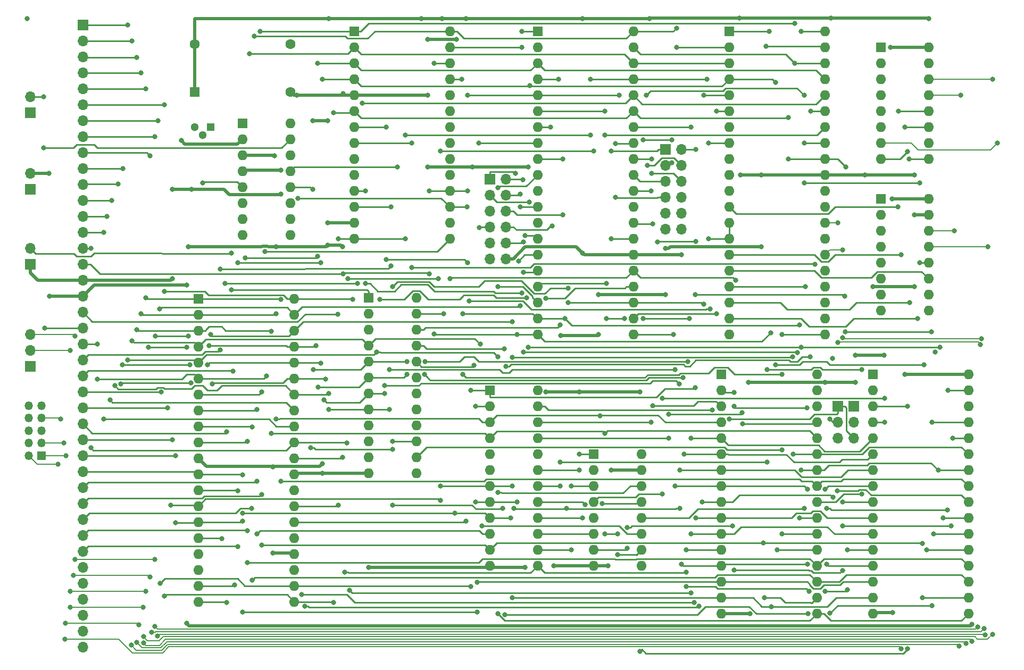
<source format=gbr>
G04 #@! TF.GenerationSoftware,KiCad,Pcbnew,(5.1.5-0)*
G04 #@! TF.CreationDate,2020-04-20T15:28:22+02:00*
G04 #@! TF.ProjectId,sinope,73696e6f-7065-42e6-9b69-6361645f7063,rev?*
G04 #@! TF.SameCoordinates,Original*
G04 #@! TF.FileFunction,Copper,L2,Bot*
G04 #@! TF.FilePolarity,Positive*
%FSLAX46Y46*%
G04 Gerber Fmt 4.6, Leading zero omitted, Abs format (unit mm)*
G04 Created by KiCad (PCBNEW (5.1.5-0)) date 2020-04-20 15:28:22*
%MOMM*%
%LPD*%
G04 APERTURE LIST*
%ADD10O,1.600000X1.600000*%
%ADD11R,1.600000X1.600000*%
%ADD12O,1.700000X1.700000*%
%ADD13R,1.700000X1.700000*%
%ADD14O,1.350000X1.350000*%
%ADD15R,1.350000X1.350000*%
%ADD16C,1.600000*%
%ADD17R,1.300000X1.300000*%
%ADD18C,1.300000*%
%ADD19C,0.800000*%
%ADD20C,0.500000*%
%ADD21C,0.250000*%
%ADD22C,0.200000*%
G04 APERTURE END LIST*
D10*
X169418000Y-82550000D03*
X154178000Y-120650000D03*
X169418000Y-85090000D03*
X154178000Y-118110000D03*
X169418000Y-87630000D03*
X154178000Y-115570000D03*
X169418000Y-90170000D03*
X154178000Y-113030000D03*
X169418000Y-92710000D03*
X154178000Y-110490000D03*
X169418000Y-95250000D03*
X154178000Y-107950000D03*
X169418000Y-97790000D03*
X154178000Y-105410000D03*
X169418000Y-100330000D03*
X154178000Y-102870000D03*
X169418000Y-102870000D03*
X154178000Y-100330000D03*
X169418000Y-105410000D03*
X154178000Y-97790000D03*
X169418000Y-107950000D03*
X154178000Y-95250000D03*
X169418000Y-110490000D03*
X154178000Y-92710000D03*
X169418000Y-113030000D03*
X154178000Y-90170000D03*
X169418000Y-115570000D03*
X154178000Y-87630000D03*
X169418000Y-118110000D03*
X154178000Y-85090000D03*
X169418000Y-120650000D03*
D11*
X154178000Y-82550000D03*
D10*
X193548000Y-82550000D03*
X178308000Y-120650000D03*
X193548000Y-85090000D03*
X178308000Y-118110000D03*
X193548000Y-87630000D03*
X178308000Y-115570000D03*
X193548000Y-90170000D03*
X178308000Y-113030000D03*
X193548000Y-92710000D03*
X178308000Y-110490000D03*
X193548000Y-95250000D03*
X178308000Y-107950000D03*
X193548000Y-97790000D03*
X178308000Y-105410000D03*
X193548000Y-100330000D03*
X178308000Y-102870000D03*
X193548000Y-102870000D03*
X178308000Y-100330000D03*
X193548000Y-105410000D03*
X178308000Y-97790000D03*
X193548000Y-107950000D03*
X178308000Y-95250000D03*
X193548000Y-110490000D03*
X178308000Y-92710000D03*
X193548000Y-113030000D03*
X178308000Y-90170000D03*
X193548000Y-115570000D03*
X178308000Y-87630000D03*
X193548000Y-118110000D03*
X178308000Y-85090000D03*
X193548000Y-120650000D03*
D11*
X178308000Y-82550000D03*
D10*
X187198000Y-54610000D03*
X179578000Y-72390000D03*
X187198000Y-57150000D03*
X179578000Y-69850000D03*
X187198000Y-59690000D03*
X179578000Y-67310000D03*
X187198000Y-62230000D03*
X179578000Y-64770000D03*
X187198000Y-64770000D03*
X179578000Y-62230000D03*
X187198000Y-67310000D03*
X179578000Y-59690000D03*
X187198000Y-69850000D03*
X179578000Y-57150000D03*
X187198000Y-72390000D03*
D11*
X179578000Y-54610000D03*
D12*
X172720000Y-92710000D03*
X172720000Y-90170000D03*
D13*
X172720000Y-87630000D03*
D12*
X175260000Y-92710000D03*
X175260000Y-90170000D03*
D13*
X175260000Y-87630000D03*
D12*
X52578000Y-125984000D03*
X52578000Y-123444000D03*
X52578000Y-120904000D03*
X52578000Y-118364000D03*
X52578000Y-115824000D03*
X52578000Y-113284000D03*
X52578000Y-110744000D03*
X52578000Y-108204000D03*
X52578000Y-105664000D03*
X52578000Y-103124000D03*
X52578000Y-100584000D03*
X52578000Y-98044000D03*
X52578000Y-95504000D03*
X52578000Y-92964000D03*
X52578000Y-90424000D03*
X52578000Y-87884000D03*
X52578000Y-85344000D03*
X52578000Y-82804000D03*
X52578000Y-80264000D03*
X52578000Y-77724000D03*
X52578000Y-75184000D03*
X52578000Y-72644000D03*
X52578000Y-70104000D03*
X52578000Y-67564000D03*
X52578000Y-65024000D03*
X52578000Y-62484000D03*
X52578000Y-59944000D03*
X52578000Y-57404000D03*
X52578000Y-54864000D03*
X52578000Y-52324000D03*
X52578000Y-49784000D03*
X52578000Y-47244000D03*
X52578000Y-44704000D03*
X52578000Y-42164000D03*
X52578000Y-39624000D03*
X52578000Y-37084000D03*
X52578000Y-34544000D03*
X52578000Y-32004000D03*
X52578000Y-29464000D03*
D13*
X52578000Y-26924000D03*
D12*
X44196000Y-38354000D03*
D13*
X44196000Y-40894000D03*
D14*
X43974000Y-87504000D03*
X45974000Y-87504000D03*
X43974000Y-89504000D03*
X45974000Y-89504000D03*
X43974000Y-91504000D03*
X45974000Y-91504000D03*
X43974000Y-93504000D03*
X45974000Y-93504000D03*
X43974000Y-95504000D03*
D15*
X45974000Y-95504000D03*
D10*
X187198000Y-30480000D03*
X179578000Y-48260000D03*
X187198000Y-33020000D03*
X179578000Y-45720000D03*
X187198000Y-35560000D03*
X179578000Y-43180000D03*
X187198000Y-38100000D03*
X179578000Y-40640000D03*
X187198000Y-40640000D03*
X179578000Y-38100000D03*
X187198000Y-43180000D03*
X179578000Y-35560000D03*
X187198000Y-45720000D03*
X179578000Y-33020000D03*
X187198000Y-48260000D03*
D11*
X179578000Y-30480000D03*
D12*
X147828000Y-59436000D03*
X145288000Y-59436000D03*
X147828000Y-56896000D03*
X145288000Y-56896000D03*
X147828000Y-54356000D03*
X145288000Y-54356000D03*
X147828000Y-51816000D03*
X145288000Y-51816000D03*
X147828000Y-49276000D03*
X145288000Y-49276000D03*
X147828000Y-46736000D03*
D13*
X145288000Y-46736000D03*
D10*
X170688000Y-27940000D03*
X155448000Y-76200000D03*
X170688000Y-30480000D03*
X155448000Y-73660000D03*
X170688000Y-33020000D03*
X155448000Y-71120000D03*
X170688000Y-35560000D03*
X155448000Y-68580000D03*
X170688000Y-38100000D03*
X155448000Y-66040000D03*
X170688000Y-40640000D03*
X155448000Y-63500000D03*
X170688000Y-43180000D03*
X155448000Y-60960000D03*
X170688000Y-45720000D03*
X155448000Y-58420000D03*
X170688000Y-48260000D03*
X155448000Y-55880000D03*
X170688000Y-50800000D03*
X155448000Y-53340000D03*
X170688000Y-53340000D03*
X155448000Y-50800000D03*
X170688000Y-55880000D03*
X155448000Y-48260000D03*
X170688000Y-58420000D03*
X155448000Y-45720000D03*
X170688000Y-60960000D03*
X155448000Y-43180000D03*
X170688000Y-63500000D03*
X155448000Y-40640000D03*
X170688000Y-66040000D03*
X155448000Y-38100000D03*
X170688000Y-68580000D03*
X155448000Y-35560000D03*
X170688000Y-71120000D03*
X155448000Y-33020000D03*
X170688000Y-73660000D03*
X155448000Y-30480000D03*
X170688000Y-76200000D03*
D11*
X155448000Y-27940000D03*
D10*
X86233000Y-70485000D03*
X70993000Y-118745000D03*
X86233000Y-73025000D03*
X70993000Y-116205000D03*
X86233000Y-75565000D03*
X70993000Y-113665000D03*
X86233000Y-78105000D03*
X70993000Y-111125000D03*
X86233000Y-80645000D03*
X70993000Y-108585000D03*
X86233000Y-83185000D03*
X70993000Y-106045000D03*
X86233000Y-85725000D03*
X70993000Y-103505000D03*
X86233000Y-88265000D03*
X70993000Y-100965000D03*
X86233000Y-90805000D03*
X70993000Y-98425000D03*
X86233000Y-93345000D03*
X70993000Y-95885000D03*
X86233000Y-95885000D03*
X70993000Y-93345000D03*
X86233000Y-98425000D03*
X70993000Y-90805000D03*
X86233000Y-100965000D03*
X70993000Y-88265000D03*
X86233000Y-103505000D03*
X70993000Y-85725000D03*
X86233000Y-106045000D03*
X70993000Y-83185000D03*
X86233000Y-108585000D03*
X70993000Y-80645000D03*
X86233000Y-111125000D03*
X70993000Y-78105000D03*
X86233000Y-113665000D03*
X70993000Y-75565000D03*
X86233000Y-116205000D03*
X70993000Y-73025000D03*
X86233000Y-118745000D03*
D11*
X70993000Y-70485000D03*
D10*
X140208000Y-27940000D03*
X124968000Y-76200000D03*
X140208000Y-30480000D03*
X124968000Y-73660000D03*
X140208000Y-33020000D03*
X124968000Y-71120000D03*
X140208000Y-35560000D03*
X124968000Y-68580000D03*
X140208000Y-38100000D03*
X124968000Y-66040000D03*
X140208000Y-40640000D03*
X124968000Y-63500000D03*
X140208000Y-43180000D03*
X124968000Y-60960000D03*
X140208000Y-45720000D03*
X124968000Y-58420000D03*
X140208000Y-48260000D03*
X124968000Y-55880000D03*
X140208000Y-50800000D03*
X124968000Y-53340000D03*
X140208000Y-53340000D03*
X124968000Y-50800000D03*
X140208000Y-55880000D03*
X124968000Y-48260000D03*
X140208000Y-58420000D03*
X124968000Y-45720000D03*
X140208000Y-60960000D03*
X124968000Y-43180000D03*
X140208000Y-63500000D03*
X124968000Y-40640000D03*
X140208000Y-66040000D03*
X124968000Y-38100000D03*
X140208000Y-68580000D03*
X124968000Y-35560000D03*
X140208000Y-71120000D03*
X124968000Y-33020000D03*
X140208000Y-73660000D03*
X124968000Y-30480000D03*
X140208000Y-76200000D03*
D11*
X124968000Y-27940000D03*
D10*
X85598000Y-42545000D03*
X77978000Y-60325000D03*
X85598000Y-45085000D03*
X77978000Y-57785000D03*
X85598000Y-47625000D03*
X77978000Y-55245000D03*
X85598000Y-50165000D03*
X77978000Y-52705000D03*
X85598000Y-52705000D03*
X77978000Y-50165000D03*
X85598000Y-55245000D03*
X77978000Y-47625000D03*
X85598000Y-57785000D03*
X77978000Y-45085000D03*
X85598000Y-60325000D03*
D11*
X77978000Y-42545000D03*
D12*
X44196000Y-76200000D03*
X44196000Y-78740000D03*
D13*
X44196000Y-81280000D03*
D16*
X85598000Y-37592000D03*
X85598000Y-29972000D03*
X70358000Y-29972000D03*
D11*
X70358000Y-37592000D03*
D10*
X141478000Y-95250000D03*
X133858000Y-113030000D03*
X141478000Y-97790000D03*
X133858000Y-110490000D03*
X141478000Y-100330000D03*
X133858000Y-107950000D03*
X141478000Y-102870000D03*
X133858000Y-105410000D03*
X141478000Y-105410000D03*
X133858000Y-102870000D03*
X141478000Y-107950000D03*
X133858000Y-100330000D03*
X141478000Y-110490000D03*
X133858000Y-97790000D03*
X141478000Y-113030000D03*
D11*
X133858000Y-95250000D03*
D10*
X124968000Y-85090000D03*
X117348000Y-113030000D03*
X124968000Y-87630000D03*
X117348000Y-110490000D03*
X124968000Y-90170000D03*
X117348000Y-107950000D03*
X124968000Y-92710000D03*
X117348000Y-105410000D03*
X124968000Y-95250000D03*
X117348000Y-102870000D03*
X124968000Y-97790000D03*
X117348000Y-100330000D03*
X124968000Y-100330000D03*
X117348000Y-97790000D03*
X124968000Y-102870000D03*
X117348000Y-95250000D03*
X124968000Y-105410000D03*
X117348000Y-92710000D03*
X124968000Y-107950000D03*
X117348000Y-90170000D03*
X124968000Y-110490000D03*
X117348000Y-87630000D03*
X124968000Y-113030000D03*
D11*
X117348000Y-85090000D03*
D10*
X105664000Y-70358000D03*
X98044000Y-98298000D03*
X105664000Y-72898000D03*
X98044000Y-95758000D03*
X105664000Y-75438000D03*
X98044000Y-93218000D03*
X105664000Y-77978000D03*
X98044000Y-90678000D03*
X105664000Y-80518000D03*
X98044000Y-88138000D03*
X105664000Y-83058000D03*
X98044000Y-85598000D03*
X105664000Y-85598000D03*
X98044000Y-83058000D03*
X105664000Y-88138000D03*
X98044000Y-80518000D03*
X105664000Y-90678000D03*
X98044000Y-77978000D03*
X105664000Y-93218000D03*
X98044000Y-75438000D03*
X105664000Y-95758000D03*
X98044000Y-72898000D03*
X105664000Y-98298000D03*
D11*
X98044000Y-70358000D03*
D10*
X110998000Y-27940000D03*
X95758000Y-60960000D03*
X110998000Y-30480000D03*
X95758000Y-58420000D03*
X110998000Y-33020000D03*
X95758000Y-55880000D03*
X110998000Y-35560000D03*
X95758000Y-53340000D03*
X110998000Y-38100000D03*
X95758000Y-50800000D03*
X110998000Y-40640000D03*
X95758000Y-48260000D03*
X110998000Y-43180000D03*
X95758000Y-45720000D03*
X110998000Y-45720000D03*
X95758000Y-43180000D03*
X110998000Y-48260000D03*
X95758000Y-40640000D03*
X110998000Y-50800000D03*
X95758000Y-38100000D03*
X110998000Y-53340000D03*
X95758000Y-35560000D03*
X110998000Y-55880000D03*
X95758000Y-33020000D03*
X110998000Y-58420000D03*
X95758000Y-30480000D03*
X110998000Y-60960000D03*
D11*
X95758000Y-27940000D03*
D17*
X72898000Y-43180000D03*
D18*
X70358000Y-43180000D03*
X71628000Y-44450000D03*
D12*
X44196000Y-50546000D03*
D13*
X44196000Y-53086000D03*
D12*
X44196000Y-62484000D03*
D13*
X44196000Y-65024000D03*
D12*
X119888000Y-64135000D03*
X117348000Y-64135000D03*
X119888000Y-61595000D03*
X117348000Y-61595000D03*
X119888000Y-59055000D03*
X117348000Y-59055000D03*
X119888000Y-56515000D03*
X117348000Y-56515000D03*
X119888000Y-53975000D03*
X117348000Y-53975000D03*
X119888000Y-51435000D03*
D13*
X117348000Y-51435000D03*
D19*
X83058000Y-47752000D03*
X83312000Y-62230000D03*
X91548999Y-61976000D03*
X91548999Y-58420000D03*
X91548999Y-42164000D03*
X89154000Y-42164000D03*
X91694000Y-25908000D03*
X113538000Y-25908000D03*
X187198000Y-25908000D03*
X157060001Y-25819999D03*
X132080000Y-63246000D03*
X131572000Y-85344000D03*
X126238000Y-85344000D03*
X171615999Y-25819999D03*
X141224000Y-85344000D03*
X90678000Y-96774000D03*
X171938001Y-80029999D03*
X93897991Y-62230000D03*
X82804000Y-97282000D03*
X82804000Y-110998000D03*
X147828000Y-63500000D03*
X181102000Y-30480000D03*
X181356000Y-54610000D03*
X142748000Y-25908000D03*
X43688000Y-25908000D03*
X69342000Y-62230000D03*
X106426000Y-25908000D03*
X109728000Y-25908000D03*
X132080000Y-25908000D03*
X69151916Y-68302665D03*
X47207000Y-50546000D03*
X47244000Y-70104000D03*
X68237999Y-45300001D03*
X183388000Y-82550000D03*
X69088000Y-122174000D03*
X194133989Y-122350011D03*
X113538000Y-105918000D03*
X113755000Y-55880000D03*
X86785199Y-54503001D03*
X113030000Y-82550000D03*
X163830000Y-82550000D03*
X163830000Y-76200000D03*
X46346001Y-46482000D03*
X46346001Y-38354000D03*
X46482000Y-75184000D03*
X122676777Y-61454062D03*
X122682000Y-66294000D03*
X118618000Y-68580000D03*
X127254000Y-58928000D03*
X127000000Y-43180000D03*
X115658000Y-59182000D03*
X115570000Y-45720000D03*
X128995000Y-57150000D03*
X128995000Y-48260000D03*
X118618000Y-52832000D03*
X122174000Y-53848000D03*
X122174000Y-55880000D03*
X123661000Y-55118000D03*
X122594000Y-51562000D03*
X122936000Y-60452000D03*
X121412000Y-50546000D03*
X121915582Y-64511581D03*
X49758174Y-124739826D03*
X183845200Y-47040800D03*
X182854600Y-126224069D03*
X49022000Y-89662000D03*
X49784000Y-122174000D03*
X61468000Y-122428000D03*
X62226405Y-125286813D03*
X194114306Y-125024039D03*
X198120000Y-45720000D03*
X60290839Y-125677272D03*
X192024000Y-125824059D03*
X191262000Y-59690000D03*
X49530000Y-93472000D03*
X50546000Y-119634000D03*
X62160785Y-119634000D03*
X62237681Y-124286875D03*
X197358000Y-123952000D03*
X197358000Y-35560000D03*
X48656309Y-96843960D03*
X61190670Y-125241029D03*
X193170318Y-125424049D03*
X192278000Y-38100000D03*
X49907999Y-95504000D03*
X50546000Y-117094000D03*
X62608000Y-117094000D03*
X64428204Y-124224019D03*
X196220535Y-124025303D03*
X196596000Y-62230000D03*
X149098000Y-73660000D03*
X141732000Y-73660000D03*
X138807997Y-73660000D03*
X135890000Y-73660000D03*
X135890000Y-68072000D03*
X146558000Y-76200000D03*
X149352000Y-43180000D03*
X137377000Y-54356000D03*
X137377000Y-45757000D03*
X143137999Y-50546000D03*
X143137999Y-48260000D03*
X142412999Y-49276000D03*
X143002000Y-53340000D03*
X146299347Y-48825999D03*
X146304000Y-45212000D03*
X141732000Y-45212000D03*
X150114000Y-46736000D03*
X150114000Y-61380000D03*
X144018000Y-61468000D03*
X143257249Y-58570171D03*
X136652000Y-46990000D03*
X136652000Y-60960000D03*
X76200000Y-63246000D03*
X71628000Y-52070000D03*
X101600000Y-65278000D03*
X101600000Y-55880000D03*
X101854000Y-68580000D03*
X129794000Y-68834000D03*
X129794000Y-71120000D03*
X151384000Y-71374000D03*
X151384000Y-38100000D03*
X74713000Y-108712000D03*
X74422000Y-65786000D03*
X74419249Y-78667999D03*
X95504000Y-70612000D03*
X99822000Y-70612000D03*
X123190000Y-70358000D03*
X123444000Y-78232000D03*
X166878000Y-78232000D03*
X188976000Y-78232000D03*
X189484000Y-105410000D03*
X166624000Y-105410000D03*
X65566999Y-69342000D03*
X65532000Y-39624000D03*
X75438000Y-118872000D03*
X75184000Y-68072000D03*
X96266000Y-68072000D03*
X97028000Y-39370000D03*
X75438000Y-91694000D03*
X122174000Y-71628000D03*
X122682000Y-78994000D03*
X166900652Y-97767348D03*
X188214000Y-78994000D03*
X188722000Y-97790000D03*
X166302503Y-79074159D03*
X64841999Y-72136000D03*
X64516000Y-42164000D03*
X76708000Y-116078000D03*
X76200000Y-69088000D03*
X76454000Y-82042000D03*
X120904000Y-74168000D03*
X120904000Y-79793000D03*
X165571000Y-79756000D03*
X165608000Y-95250000D03*
X72898000Y-76200000D03*
X69342000Y-76454000D03*
X64116999Y-76454000D03*
X64008000Y-44704000D03*
X89662000Y-77978000D03*
X89299001Y-81788000D03*
X104140000Y-80518000D03*
X107064003Y-80518000D03*
X148844000Y-80518000D03*
X149352000Y-92710000D03*
X72644000Y-77978000D03*
X69088000Y-78232000D03*
X62992000Y-78232000D03*
X63315000Y-47752000D03*
X90424000Y-80772000D03*
X90061001Y-84582000D03*
X104140000Y-82550000D03*
X106963870Y-82538052D03*
X148082000Y-83058000D03*
X148262000Y-95250000D03*
X72390000Y-81026000D03*
X69596000Y-81026000D03*
X58891000Y-81026000D03*
X58928000Y-49784000D03*
X91186000Y-83312000D03*
X90969000Y-86614000D03*
X100621000Y-85598000D03*
X100584000Y-84328000D03*
X147537000Y-84074000D03*
X147574000Y-97790000D03*
X73152000Y-84074000D03*
X69769179Y-83864901D03*
X58614724Y-84037000D03*
X58166000Y-52236000D03*
X77978000Y-105918000D03*
X77978000Y-120396000D03*
X115316000Y-120396000D03*
X115099000Y-102870000D03*
X115316000Y-115604001D03*
X121666000Y-102870000D03*
X121666000Y-76200000D03*
X108458000Y-76127999D03*
X108458000Y-33020000D03*
X162052000Y-75946000D03*
X161798000Y-27940000D03*
X67310000Y-95504000D03*
X67310000Y-106172000D03*
X91694000Y-85598000D03*
X91694000Y-88138000D03*
X101346000Y-88138000D03*
X101346000Y-81788000D03*
X146812000Y-81788000D03*
X146812000Y-100330000D03*
X167894000Y-100838000D03*
X170717870Y-100849948D03*
X57150000Y-54864000D03*
X57658000Y-84328000D03*
X109474000Y-102616000D03*
X109474000Y-100330000D03*
X170942000Y-112776000D03*
X167894000Y-112776000D03*
X147865000Y-112776000D03*
X147574000Y-103886000D03*
X121158000Y-103886000D03*
X120904000Y-100330000D03*
X129540000Y-103886000D03*
X129286000Y-73660000D03*
X113030000Y-72898000D03*
X112884999Y-35560000D03*
X166624000Y-74676000D03*
X166878000Y-27940000D03*
X66802000Y-92964000D03*
X66585000Y-103378000D03*
X87884000Y-119470000D03*
X150692051Y-119426701D03*
X151130000Y-102870000D03*
X171958000Y-102108000D03*
X173486653Y-102874653D03*
X56388000Y-57404000D03*
X56896000Y-86614000D03*
X77253000Y-101092000D03*
X77216000Y-64770000D03*
X90424000Y-64770000D03*
X90678000Y-35560000D03*
X123698000Y-36576000D03*
X162814000Y-36068000D03*
X163068000Y-110490000D03*
X162814000Y-81026000D03*
X186436000Y-81026000D03*
X186907000Y-110490000D03*
X77216000Y-109982000D03*
X87376000Y-117602000D03*
X149860000Y-118872000D03*
X150114000Y-105410000D03*
X55880000Y-59944000D03*
X55880000Y-89662000D03*
X77978000Y-98552000D03*
X77978000Y-104648000D03*
X120650000Y-105410000D03*
X120904000Y-118110000D03*
X111760000Y-104648000D03*
X122428000Y-30480000D03*
X122428000Y-27940000D03*
X162196999Y-119524999D03*
X161327000Y-30334001D03*
X94622991Y-93472000D03*
X94742000Y-67310000D03*
X109183000Y-67310000D03*
X94996000Y-116930000D03*
X149352000Y-117348000D03*
X149352000Y-107950000D03*
X109474000Y-46990000D03*
X133858000Y-46990000D03*
X135636000Y-44450000D03*
X135636000Y-40640000D03*
X53848000Y-62484000D03*
X53848000Y-94234000D03*
X93897991Y-95758000D03*
X94234000Y-114046000D03*
X148590000Y-114046000D03*
X148590000Y-110490000D03*
X174244000Y-110490000D03*
X93980000Y-66548000D03*
X107696000Y-66548000D03*
X107696000Y-53340000D03*
X113792000Y-53340000D03*
X113792000Y-38100000D03*
X137922000Y-38100000D03*
X142240000Y-38100000D03*
X167386000Y-38100000D03*
X167386000Y-45720000D03*
X148590000Y-116332000D03*
X168148000Y-117094000D03*
X170688000Y-117094000D03*
X174244000Y-116840000D03*
X78740000Y-93218000D03*
X78414001Y-64008000D03*
X89916000Y-63754000D03*
X89916000Y-33020000D03*
X78740000Y-112522000D03*
X78740000Y-107442000D03*
X79539000Y-90932000D03*
X79139001Y-31496000D03*
X79539000Y-115279000D03*
X79465000Y-103886000D03*
X80264000Y-88138000D03*
X80301000Y-107950000D03*
X118618000Y-120650000D03*
X79901001Y-28702000D03*
X147066000Y-27395000D03*
X147066000Y-30480000D03*
X80264000Y-99568000D03*
X93218000Y-103378000D03*
X93218000Y-60960000D03*
X103886000Y-60960000D03*
X103886000Y-44450000D03*
X133350000Y-44450000D03*
X133350000Y-35560000D03*
X151892000Y-35560000D03*
X152146000Y-45720000D03*
X93172991Y-72943009D03*
X81026000Y-85344000D03*
X81026000Y-109728000D03*
X80772000Y-27940000D03*
X165862000Y-26670000D03*
X160926999Y-109364999D03*
X161036000Y-118110000D03*
X186182000Y-109474000D03*
X186182000Y-118110000D03*
X165862000Y-33020000D03*
X81026000Y-101654999D03*
X81788000Y-82804000D03*
X81534000Y-62992000D03*
X110998000Y-67310000D03*
X156464000Y-67564000D03*
X54864000Y-77724000D03*
X54864000Y-83312000D03*
X99314000Y-78994000D03*
X118618000Y-79756000D03*
X118618000Y-101346000D03*
X59690000Y-80264000D03*
X59690000Y-26924000D03*
X115824000Y-77724000D03*
X116078000Y-106680000D03*
X60415000Y-29464000D03*
X60415000Y-77179000D03*
X82550000Y-75692000D03*
X82550000Y-91948000D03*
X135708001Y-91948000D03*
X61140000Y-75438000D03*
X61140000Y-32078000D03*
X114300000Y-116332000D03*
X114300000Y-85090000D03*
X187706000Y-90170000D03*
X65024000Y-85344000D03*
X64915001Y-115824000D03*
X150077000Y-84658200D03*
X150063200Y-69850000D03*
X173888011Y-70129400D03*
X173913800Y-75742800D03*
X187680600Y-75742800D03*
X83312000Y-72898000D03*
X83312000Y-89662000D03*
X134874000Y-89154000D03*
X61865000Y-72898000D03*
X61865000Y-34544000D03*
X92456000Y-118872000D03*
X92456000Y-40894000D03*
X164846000Y-41656000D03*
X164846000Y-48260000D03*
X66040000Y-87884000D03*
X65532000Y-117856000D03*
X173990000Y-49530000D03*
X172694600Y-101055000D03*
X84074000Y-70612000D03*
X84074000Y-99568000D03*
X62590000Y-70358000D03*
X62590000Y-37084000D03*
X126297687Y-70410104D03*
X122428000Y-69596000D03*
X97536000Y-68072000D03*
X97608001Y-53340000D03*
X104902000Y-45720000D03*
X104902000Y-65532000D03*
X169075653Y-65024000D03*
X152146000Y-60960000D03*
X152400000Y-72136000D03*
X114046000Y-70866000D03*
X113792000Y-64770000D03*
X100838000Y-64262000D03*
X100838000Y-43180000D03*
X109982000Y-72898000D03*
X128270000Y-35560000D03*
X128524000Y-74676000D03*
X153416000Y-72898000D03*
X153416000Y-40640000D03*
X185420000Y-73660000D03*
X185762000Y-64770000D03*
X184150000Y-71120000D03*
X184062000Y-48260000D03*
X167625653Y-68580000D03*
X167386000Y-52070000D03*
X185762000Y-52070000D03*
X119634000Y-78486000D03*
X119888000Y-81280000D03*
X168350653Y-79756000D03*
X168402000Y-40640000D03*
X114808000Y-81063000D03*
X115062000Y-87630000D03*
X101854000Y-93218000D03*
X102616000Y-49530000D03*
X163830000Y-94560001D03*
X163830000Y-107950000D03*
X89154000Y-53086000D03*
X88826001Y-94234000D03*
X101854000Y-94488000D03*
X101854000Y-103378000D03*
X119380000Y-103886000D03*
X119763109Y-120769804D03*
X168017997Y-120650000D03*
X171512338Y-120587662D03*
X187706000Y-119380000D03*
X187960000Y-107950000D03*
X145796000Y-92710000D03*
X145796000Y-88900000D03*
X157556200Y-88646001D03*
X157607000Y-90398600D03*
X143002000Y-90170000D03*
X143263759Y-87531355D03*
X155473400Y-89625000D03*
X152781000Y-88175000D03*
X128524000Y-100330000D03*
X128524000Y-96520000D03*
X161471999Y-96520000D03*
X161471999Y-81821154D03*
X176530000Y-81788000D03*
X132516359Y-103270001D03*
X135230815Y-103144563D03*
X132080000Y-105410000D03*
X135636000Y-107950000D03*
X137668000Y-107950000D03*
X137668000Y-111252000D03*
X130302000Y-110490000D03*
X130302000Y-100330000D03*
X139192000Y-110236000D03*
X139196653Y-106929347D03*
X155956000Y-106680000D03*
X156210000Y-113719999D03*
X173482000Y-113792000D03*
X173482000Y-106680000D03*
X190754000Y-106680000D03*
X191008000Y-92710000D03*
X167386000Y-103886000D03*
X170942000Y-103886000D03*
X190209000Y-104140000D03*
X190246000Y-85090000D03*
X144780000Y-101600000D03*
X144780000Y-86360000D03*
X180238400Y-86385400D03*
X180238400Y-90170000D03*
X141300200Y-126624079D03*
X183854603Y-126224069D03*
X183845200Y-87604600D03*
X131572000Y-97790000D03*
X131572000Y-95250000D03*
X90678000Y-98298000D03*
X98044000Y-113284000D03*
X127508000Y-113030000D03*
X128658010Y-76322012D03*
X134620000Y-76200000D03*
X134620000Y-69850000D03*
X145288000Y-69850000D03*
X145288000Y-62484000D03*
X160528000Y-62230000D03*
X160528000Y-50800000D03*
X123444000Y-49530000D03*
X107442000Y-49530000D03*
X107442000Y-38100000D03*
X114554000Y-49530000D03*
X86614000Y-38100000D03*
X84074000Y-50038000D03*
X158745347Y-120654653D03*
X136652000Y-97790000D03*
X136144000Y-113030000D03*
X122936000Y-113284000D03*
X107442000Y-29210000D03*
X112014000Y-29210000D03*
X93980000Y-37846000D03*
X158496000Y-83820000D03*
X157226000Y-50800000D03*
X184912000Y-50800000D03*
X177038000Y-50800000D03*
X175514000Y-83820000D03*
X170688000Y-83820000D03*
X184912000Y-57150000D03*
X184912000Y-68580000D03*
X178308000Y-68580000D03*
X84074000Y-53848000D03*
X69850000Y-53086000D03*
X66802000Y-67310000D03*
X66802000Y-53086000D03*
X175514000Y-79502000D03*
X180086000Y-79502000D03*
X181457600Y-120497600D03*
X50608000Y-78740000D03*
X51054000Y-114554000D03*
X63308000Y-114808000D03*
X63560786Y-123576429D03*
X195998242Y-123050321D03*
X195639562Y-76827550D03*
X173488001Y-76714112D03*
X173488001Y-62738000D03*
X183388000Y-43180000D03*
X182854600Y-63500000D03*
X182300001Y-55880000D03*
X182372000Y-40640000D03*
X51308000Y-76454000D03*
X51308000Y-112014000D03*
X64008000Y-112014000D03*
X64008000Y-122682000D03*
X195033626Y-122786655D03*
X195488000Y-77816000D03*
X172788001Y-77470000D03*
X172788001Y-58420000D03*
X171445735Y-89625000D03*
X167819049Y-87842667D03*
X156210000Y-87630000D03*
X156210000Y-85395000D03*
X176530000Y-101600000D03*
D20*
X82931000Y-47625000D02*
X83058000Y-47752000D01*
X77978000Y-47625000D02*
X82931000Y-47625000D01*
X91294999Y-62230000D02*
X91548999Y-61976000D01*
X83312000Y-62230000D02*
X91294999Y-62230000D01*
X91548999Y-58420000D02*
X95758000Y-58420000D01*
X91548999Y-42164000D02*
X89154000Y-42164000D01*
X91694000Y-25908000D02*
X70358000Y-25908000D01*
X70358000Y-25908000D02*
X70358000Y-29972000D01*
X113538000Y-25908000D02*
X113626001Y-25819999D01*
X187109999Y-25819999D02*
X187198000Y-25908000D01*
X171615999Y-25819999D02*
X187109999Y-25819999D01*
X132334000Y-63500000D02*
X132080000Y-63246000D01*
X140208000Y-63500000D02*
X132334000Y-63500000D01*
X131572000Y-85344000D02*
X126238000Y-85344000D01*
X157060001Y-25819999D02*
X171615999Y-25819999D01*
X141224000Y-85344000D02*
X131572000Y-85344000D01*
X72281999Y-97173999D02*
X70993000Y-95885000D01*
X90678000Y-96774000D02*
X90278001Y-97173999D01*
X93643991Y-61976000D02*
X93897991Y-62230000D01*
X91548999Y-61976000D02*
X93643991Y-61976000D01*
X82912001Y-97173999D02*
X82804000Y-97282000D01*
X83203999Y-97173999D02*
X82912001Y-97173999D01*
X90278001Y-97173999D02*
X83203999Y-97173999D01*
X83203999Y-97173999D02*
X72281999Y-97173999D01*
X86106000Y-110998000D02*
X86233000Y-111125000D01*
X82804000Y-110998000D02*
X86106000Y-110998000D01*
X70358000Y-37592000D02*
X70358000Y-29972000D01*
X131083999Y-62249999D02*
X132080000Y-63246000D01*
X121090081Y-64135000D02*
X122975082Y-62249999D01*
X122975082Y-62249999D02*
X131083999Y-62249999D01*
X119888000Y-64135000D02*
X121090081Y-64135000D01*
X140208000Y-63500000D02*
X147828000Y-63500000D01*
X181102000Y-30480000D02*
X187198000Y-30480000D01*
X181356000Y-54610000D02*
X187198000Y-54610000D01*
X142659999Y-25819999D02*
X142748000Y-25908000D01*
X142659999Y-25819999D02*
X157060001Y-25819999D01*
X81953999Y-62141999D02*
X82042000Y-62230000D01*
X81125999Y-62141999D02*
X81953999Y-62141999D01*
X82042000Y-62230000D02*
X83312000Y-62230000D01*
X81037998Y-62230000D02*
X81125999Y-62141999D01*
X69342000Y-62230000D02*
X81037998Y-62230000D01*
X106426000Y-25908000D02*
X109728000Y-25908000D01*
X91694000Y-25908000D02*
X106426000Y-25908000D01*
X109728000Y-25908000D02*
X113538000Y-25908000D01*
X113538000Y-25908000D02*
X132080000Y-25908000D01*
X132080000Y-25908000D02*
X142748000Y-25908000D01*
X54379335Y-68302665D02*
X69151916Y-68302665D01*
X52578000Y-70104000D02*
X54379335Y-68302665D01*
X44196000Y-50546000D02*
X47207000Y-50546000D01*
X47244000Y-70104000D02*
X52578000Y-70104000D01*
X68822997Y-45884999D02*
X68237999Y-45300001D01*
X77178001Y-45884999D02*
X68822997Y-45884999D01*
X77978000Y-45085000D02*
X77178001Y-45884999D01*
X193548000Y-82550000D02*
X183388000Y-82550000D01*
X69487999Y-122573999D02*
X193910001Y-122573999D01*
X193910001Y-122573999D02*
X194133989Y-122350011D01*
X69088000Y-122174000D02*
X69487999Y-122573999D01*
D21*
X113411000Y-106045000D02*
X113538000Y-105918000D01*
X86233000Y-106045000D02*
X113411000Y-106045000D01*
X113755000Y-55880000D02*
X110998000Y-55880000D01*
X109621001Y-54503001D02*
X86785199Y-54503001D01*
X110998000Y-55880000D02*
X109621001Y-54503001D01*
X156363002Y-82550000D02*
X163830000Y-82550000D01*
X155238001Y-81424999D02*
X156363002Y-82550000D01*
X152209999Y-82332999D02*
X153117999Y-81424999D01*
X147733999Y-82332999D02*
X152209999Y-82332999D01*
X147459008Y-82607990D02*
X147733999Y-82332999D01*
X142510589Y-82607990D02*
X147459008Y-82607990D01*
X113030000Y-82550000D02*
X113544979Y-83064979D01*
X142053600Y-83064979D02*
X142510589Y-82607990D01*
X153117999Y-81424999D02*
X155238001Y-81424999D01*
X113544979Y-83064979D02*
X142053600Y-83064979D01*
X163830000Y-76200000D02*
X170688000Y-76200000D01*
X46346001Y-38354000D02*
X44196000Y-38354000D01*
X52578000Y-75184000D02*
X46482000Y-75184000D01*
X84201000Y-46482000D02*
X85598000Y-45085000D01*
X54864000Y-46482000D02*
X84201000Y-46482000D01*
X54356000Y-45974000D02*
X54864000Y-46482000D01*
X51562000Y-45974000D02*
X54356000Y-45974000D01*
X51054000Y-46482000D02*
X51562000Y-45974000D01*
X46346001Y-46482000D02*
X51054000Y-46482000D01*
X122535839Y-61595000D02*
X122676777Y-61454062D01*
X119888000Y-61595000D02*
X122535839Y-61595000D01*
X124714000Y-66294000D02*
X124968000Y-66040000D01*
X122682000Y-66294000D02*
X124714000Y-66294000D01*
X124168001Y-70320001D02*
X124968000Y-71120000D01*
X124168001Y-70081413D02*
X124168001Y-70320001D01*
X122666588Y-68580000D02*
X124168001Y-70081413D01*
X118618000Y-68580000D02*
X122666588Y-68580000D01*
X126451000Y-59545001D02*
X127068001Y-58928000D01*
X121090081Y-59055000D02*
X121580082Y-59545001D01*
X121580082Y-59545001D02*
X126451000Y-59545001D01*
X119888000Y-59055000D02*
X121090081Y-59055000D01*
X127000000Y-43180000D02*
X124968000Y-43180000D01*
X115785000Y-59055000D02*
X115658000Y-59182000D01*
X117348000Y-59055000D02*
X115785000Y-59055000D01*
X115570000Y-45720000D02*
X124968000Y-45720000D01*
X121725081Y-57150000D02*
X128995000Y-57150000D01*
X121090081Y-56515000D02*
X121725081Y-57150000D01*
X119888000Y-56515000D02*
X121090081Y-56515000D01*
X128995000Y-48260000D02*
X124968000Y-48260000D01*
X123157999Y-52610001D02*
X124968000Y-50800000D01*
X118839999Y-52610001D02*
X123157999Y-52610001D01*
X118618000Y-52832000D02*
X118839999Y-52610001D01*
X122047000Y-53975000D02*
X122174000Y-53848000D01*
X119888000Y-53975000D02*
X122047000Y-53975000D01*
X122174000Y-55880000D02*
X124968000Y-55880000D01*
X123628999Y-55150001D02*
X123661000Y-55118000D01*
X118523001Y-55150001D02*
X123628999Y-55150001D01*
X117348000Y-53975000D02*
X118523001Y-55150001D01*
X122467000Y-51435000D02*
X122594000Y-51562000D01*
X119888000Y-51435000D02*
X122467000Y-51435000D01*
X124460000Y-60452000D02*
X124968000Y-60960000D01*
X122936000Y-60452000D02*
X124460000Y-60452000D01*
X117423001Y-50259999D02*
X121125999Y-50259999D01*
X117348000Y-50335000D02*
X117423001Y-50259999D01*
X121125999Y-50259999D02*
X121412000Y-50546000D01*
X117348000Y-51435000D02*
X117348000Y-50335000D01*
X122927163Y-63500000D02*
X124968000Y-63500000D01*
X121915582Y-64511581D02*
X122927163Y-63500000D01*
X182626000Y-48260000D02*
X183845200Y-47040800D01*
X179578000Y-48260000D02*
X182626000Y-48260000D01*
D22*
X182554610Y-125924079D02*
X182854600Y-126224069D01*
X65310253Y-126886842D02*
X66273015Y-125924079D01*
X60464407Y-126886842D02*
X65310253Y-126886842D01*
X49758174Y-124739826D02*
X58317391Y-124739826D01*
X66273015Y-125924079D02*
X182554610Y-125924079D01*
X58317391Y-124739826D02*
X60464407Y-126886842D01*
X48864000Y-89504000D02*
X49022000Y-89662000D01*
X45974000Y-89504000D02*
X48864000Y-89504000D01*
X49784000Y-122174000D02*
X61468000Y-122174000D01*
X61468000Y-122174000D02*
X61468000Y-122428000D01*
X64813188Y-125686812D02*
X65775951Y-124724049D01*
X62626404Y-125686812D02*
X64813188Y-125686812D01*
X62226405Y-125286813D02*
X62626404Y-125686812D01*
X65775951Y-124724049D02*
X193814316Y-124724049D01*
X193814316Y-124724049D02*
X194114306Y-125024039D01*
X185580201Y-46820001D02*
X184480200Y-45720000D01*
X184480200Y-45720000D02*
X179578000Y-45720000D01*
X197019999Y-46820001D02*
X185580201Y-46820001D01*
X198120000Y-45720000D02*
X197019999Y-46820001D01*
X61100399Y-126486832D02*
X65144564Y-126486832D01*
X60290839Y-125677272D02*
X61100399Y-126486832D01*
X65144564Y-126486832D02*
X66107327Y-125524069D01*
X66107327Y-125524069D02*
X191724010Y-125524069D01*
X191724010Y-125524069D02*
X192024000Y-125824059D01*
X191262000Y-59690000D02*
X187198000Y-59690000D01*
X49498000Y-93504000D02*
X49530000Y-93472000D01*
X45974000Y-93504000D02*
X49498000Y-93504000D01*
X50546000Y-119634000D02*
X62160785Y-119634000D01*
X64764205Y-124924020D02*
X65364186Y-124324039D01*
X62874826Y-124924020D02*
X64764205Y-124924020D01*
X62237681Y-124286875D02*
X62874826Y-124924020D01*
X65364186Y-124324039D02*
X194564000Y-124324039D01*
X194965265Y-124725304D02*
X196584696Y-124725304D01*
X196584696Y-124725304D02*
X197358000Y-123952000D01*
X194564000Y-124324039D02*
X194965265Y-124725304D01*
X197358000Y-35560000D02*
X187198000Y-35560000D01*
X45313960Y-96843960D02*
X48656309Y-96843960D01*
X43974000Y-95504000D02*
X45313960Y-96843960D01*
X64978877Y-126086822D02*
X65786000Y-125279698D01*
X62036463Y-126086822D02*
X64978877Y-126086822D01*
X61190670Y-125241029D02*
X62036463Y-126086822D01*
X65786000Y-125279698D02*
X65941639Y-125124059D01*
X65941639Y-125124059D02*
X192942059Y-125124059D01*
X193170318Y-125352318D02*
X193170318Y-125424049D01*
X192942059Y-125124059D02*
X193170318Y-125352318D01*
X192278000Y-38100000D02*
X187198000Y-38100000D01*
X45974000Y-95504000D02*
X49907999Y-95504000D01*
X50546000Y-117094000D02*
X62608000Y-117094000D01*
X64428204Y-124224019D02*
X64728194Y-123924029D01*
X196119261Y-123924029D02*
X196220535Y-124025303D01*
X64728194Y-123924029D02*
X196119261Y-123924029D01*
X196596000Y-62230000D02*
X187198000Y-62230000D01*
D21*
X149098000Y-73660000D02*
X141732000Y-73660000D01*
X138807997Y-73660000D02*
X135890000Y-73660000D01*
X125476000Y-68072000D02*
X124968000Y-68580000D01*
X135890000Y-68072000D02*
X125476000Y-68072000D01*
X146558000Y-76200000D02*
X140208000Y-76200000D01*
X149352000Y-43180000D02*
X140208000Y-43180000D01*
X137486001Y-54465001D02*
X137377000Y-54356000D01*
X144085919Y-54356000D02*
X143976918Y-54465001D01*
X143976918Y-54465001D02*
X137486001Y-54465001D01*
X145288000Y-54356000D02*
X144085919Y-54356000D01*
X140171000Y-45757000D02*
X140208000Y-45720000D01*
X137377000Y-45757000D02*
X140171000Y-45757000D01*
X146558000Y-50546000D02*
X143137999Y-50546000D01*
X147828000Y-51816000D02*
X146558000Y-50546000D01*
X143137999Y-48260000D02*
X140208000Y-48260000D01*
X141224000Y-51816000D02*
X140208000Y-50800000D01*
X145288000Y-51816000D02*
X141224000Y-51816000D01*
X144723999Y-48100999D02*
X143548998Y-49276000D01*
X143548998Y-49276000D02*
X142412999Y-49276000D01*
X146652999Y-48100999D02*
X144723999Y-48100999D01*
X147828000Y-49276000D02*
X146652999Y-48100999D01*
X143002000Y-53340000D02*
X140208000Y-53340000D01*
X145849346Y-49276000D02*
X146299347Y-48825999D01*
X145288000Y-49276000D02*
X145849346Y-49276000D01*
X146304000Y-45212000D02*
X141732000Y-45212000D01*
X147828000Y-46736000D02*
X150114000Y-46736000D01*
X144106000Y-61380000D02*
X144018000Y-61468000D01*
X150114000Y-61380000D02*
X144106000Y-61380000D01*
X140358171Y-58570171D02*
X140208000Y-58420000D01*
X143257249Y-58570171D02*
X140358171Y-58570171D01*
X143934000Y-46990000D02*
X136652000Y-46990000D01*
X144188000Y-46736000D02*
X143934000Y-46990000D01*
X145288000Y-46736000D02*
X144188000Y-46736000D01*
X136652000Y-60960000D02*
X140208000Y-60960000D01*
X76112001Y-63333999D02*
X76200000Y-63246000D01*
X54356000Y-63246000D02*
X76112001Y-63333999D01*
X53848000Y-63754000D02*
X54356000Y-63246000D01*
X51562000Y-63754000D02*
X53848000Y-63754000D01*
X45045999Y-63333999D02*
X51141999Y-63333999D01*
X51141999Y-63333999D02*
X51562000Y-63754000D01*
X44196000Y-62484000D02*
X45045999Y-63333999D01*
X71792999Y-51905001D02*
X71628000Y-52070000D01*
X77178001Y-51905001D02*
X71792999Y-51905001D01*
X77978000Y-52705000D02*
X77178001Y-51905001D01*
X101200001Y-65677999D02*
X101600000Y-65278000D01*
X101600000Y-55880000D02*
X95758000Y-55880000D01*
X123302998Y-68580000D02*
X124427999Y-69705001D01*
X129794000Y-71120000D02*
X140208000Y-71120000D01*
X140208000Y-71120000D02*
X151130000Y-71120000D01*
X151130000Y-71120000D02*
X151384000Y-71374000D01*
X151384000Y-38100000D02*
X155448000Y-38100000D01*
X127000000Y-68834000D02*
X129794000Y-68834000D01*
X126128999Y-69705001D02*
X127000000Y-68834000D01*
X124427999Y-69705001D02*
X126128999Y-69705001D01*
X102616000Y-67818000D02*
X101854000Y-68580000D01*
X115570000Y-68580000D02*
X108458000Y-68580000D01*
X116534989Y-67615011D02*
X115570000Y-68580000D01*
X108458000Y-68580000D02*
X107696000Y-67818000D01*
X122338009Y-67615011D02*
X116534989Y-67615011D01*
X107696000Y-67818000D02*
X102616000Y-67818000D01*
X124427999Y-69705001D02*
X122338009Y-67615011D01*
X74586000Y-108585000D02*
X74713000Y-108712000D01*
X70993000Y-108585000D02*
X74586000Y-108585000D01*
X74422000Y-65786000D02*
X101200001Y-65677999D01*
X53427999Y-79414001D02*
X71587589Y-79414001D01*
X52578000Y-80264000D02*
X53427999Y-79414001D01*
X74157453Y-78929795D02*
X74419249Y-78667999D01*
X72071795Y-78929795D02*
X74157453Y-78929795D01*
X71587589Y-79414001D02*
X72071795Y-78929795D01*
X95377000Y-70485000D02*
X95504000Y-70612000D01*
X86233000Y-70485000D02*
X95377000Y-70485000D01*
X123444000Y-78232000D02*
X166878000Y-78232000D01*
X166878000Y-78232000D02*
X188976000Y-78232000D01*
X189484000Y-105410000D02*
X193548000Y-105410000D01*
X103744998Y-70612000D02*
X99822000Y-70612000D01*
X166624000Y-105410000D02*
X169418000Y-105410000D01*
X117964001Y-69958001D02*
X118364000Y-70358000D01*
X118364000Y-70358000D02*
X123190000Y-70358000D01*
X113138001Y-69958001D02*
X113138001Y-69995999D01*
X117964001Y-69958001D02*
X113138001Y-69958001D01*
X113138001Y-69995999D02*
X112522000Y-70612000D01*
X105123999Y-69232999D02*
X103744998Y-70612000D01*
X106204001Y-69232999D02*
X105123999Y-69232999D01*
X107583002Y-70612000D02*
X106204001Y-69232999D01*
X112522000Y-70612000D02*
X107583002Y-70612000D01*
X72580001Y-69886999D02*
X72035002Y-69342000D01*
X84503629Y-69886999D02*
X72580001Y-69886999D01*
X72035002Y-69342000D02*
X65566999Y-69342000D01*
X85101630Y-70485000D02*
X84503629Y-69886999D01*
X86233000Y-70485000D02*
X85101630Y-70485000D01*
X65532000Y-39624000D02*
X52578000Y-39624000D01*
X75311000Y-118745000D02*
X75438000Y-118872000D01*
X70993000Y-118745000D02*
X75311000Y-118745000D01*
X75184000Y-68072000D02*
X96266000Y-68072000D01*
X138938000Y-39370000D02*
X140208000Y-38100000D01*
X97028000Y-39370000D02*
X138938000Y-39370000D01*
X169273001Y-39514999D02*
X170688000Y-38100000D01*
X141622999Y-39514999D02*
X169273001Y-39514999D01*
X140208000Y-38100000D02*
X141622999Y-39514999D01*
X75201999Y-91930001D02*
X75438000Y-91694000D01*
X54084001Y-91930001D02*
X75201999Y-91930001D01*
X52578000Y-90424000D02*
X54084001Y-91930001D01*
X122029001Y-71772999D02*
X122174000Y-71628000D01*
X87485001Y-71772999D02*
X122029001Y-71772999D01*
X86233000Y-73025000D02*
X87485001Y-71772999D01*
X122682000Y-78994000D02*
X166222344Y-78994000D01*
X169395348Y-97767348D02*
X169418000Y-97790000D01*
X166900652Y-97767348D02*
X169395348Y-97767348D01*
X188133841Y-79074159D02*
X188214000Y-78994000D01*
X188722000Y-97790000D02*
X193548000Y-97790000D01*
X166222344Y-78994000D02*
X166302503Y-79074159D01*
X187596999Y-96664999D02*
X188722000Y-97790000D01*
X177767999Y-96664999D02*
X187596999Y-96664999D01*
X177404998Y-97028000D02*
X177767999Y-96664999D01*
X171311370Y-97028000D02*
X177404998Y-97028000D01*
X170549370Y-97790000D02*
X171311370Y-97028000D01*
X169418000Y-97790000D02*
X170549370Y-97790000D01*
X65078000Y-71899999D02*
X64841999Y-72136000D01*
X85107999Y-71899999D02*
X65078000Y-71899999D01*
X86233000Y-73025000D02*
X85107999Y-71899999D01*
X64516000Y-42164000D02*
X52578000Y-42164000D01*
X76581000Y-116205000D02*
X76708000Y-116078000D01*
X70993000Y-116205000D02*
X76581000Y-116205000D01*
X98044000Y-69308000D02*
X98044000Y-70358000D01*
X97824000Y-69088000D02*
X98044000Y-69308000D01*
X76454000Y-69088000D02*
X97824000Y-69088000D01*
X52578000Y-82804000D02*
X53427999Y-81954001D01*
X76366001Y-81954001D02*
X76454000Y-82042000D01*
X53427999Y-81954001D02*
X76366001Y-81954001D01*
X87630000Y-74168000D02*
X120904000Y-74168000D01*
X86233000Y-75565000D02*
X87630000Y-74168000D01*
X165534000Y-79793000D02*
X165571000Y-79756000D01*
X120904000Y-79793000D02*
X165534000Y-79793000D01*
X165608000Y-95250000D02*
X169418000Y-95250000D01*
X177767999Y-94124999D02*
X192422999Y-94124999D01*
X192422999Y-94124999D02*
X193548000Y-95250000D01*
X176642998Y-95250000D02*
X177767999Y-94124999D01*
X169418000Y-95250000D02*
X176642998Y-95250000D01*
X73115001Y-76417001D02*
X72898000Y-76200000D01*
X85380999Y-76417001D02*
X73115001Y-76417001D01*
X86233000Y-75565000D02*
X85380999Y-76417001D01*
X69342000Y-76454000D02*
X64116999Y-76454000D01*
X64008000Y-44704000D02*
X52578000Y-44704000D01*
X89535000Y-78105000D02*
X89662000Y-77978000D01*
X86233000Y-78105000D02*
X89535000Y-78105000D01*
X96774000Y-81788000D02*
X98044000Y-80518000D01*
X89299001Y-81788000D02*
X96774000Y-81788000D01*
X98044000Y-80518000D02*
X104140000Y-80518000D01*
X149352000Y-92710000D02*
X154178000Y-92710000D01*
X115570000Y-80518000D02*
X148844000Y-80518000D01*
X114808000Y-79756000D02*
X115570000Y-80518000D01*
X113284000Y-79756000D02*
X114808000Y-79756000D01*
X112522000Y-80518000D02*
X113284000Y-79756000D01*
X107064003Y-80518000D02*
X112522000Y-80518000D01*
X72679002Y-77942998D02*
X72644000Y-77978000D01*
X85101630Y-78105000D02*
X84939628Y-77942998D01*
X84939628Y-77942998D02*
X72679002Y-77942998D01*
X86233000Y-78105000D02*
X85101630Y-78105000D01*
X69088000Y-78232000D02*
X62992000Y-78232000D01*
X62807000Y-47244000D02*
X52578000Y-47244000D01*
X63315000Y-47752000D02*
X62807000Y-47244000D01*
X176218010Y-94799990D02*
X178308000Y-92710000D01*
X169668003Y-93835001D02*
X170632992Y-94799990D01*
X155303001Y-93835001D02*
X169668003Y-93835001D01*
X170632992Y-94799990D02*
X176218010Y-94799990D01*
X154178000Y-92710000D02*
X155303001Y-93835001D01*
X90297000Y-80645000D02*
X90424000Y-80772000D01*
X86233000Y-80645000D02*
X90297000Y-80645000D01*
X96520000Y-84582000D02*
X98044000Y-83058000D01*
X90061001Y-84582000D02*
X96520000Y-84582000D01*
X103632000Y-83058000D02*
X104140000Y-82550000D01*
X98044000Y-83058000D02*
X103632000Y-83058000D01*
X106963870Y-82538052D02*
X107483818Y-83058000D01*
X148262000Y-95250000D02*
X154178000Y-95250000D01*
X107483818Y-83099818D02*
X107898989Y-83514989D01*
X107483818Y-83058000D02*
X107483818Y-83099818D01*
X107898989Y-83514989D02*
X142240000Y-83514989D01*
X142696989Y-83058000D02*
X148082000Y-83058000D01*
X142240000Y-83514989D02*
X142696989Y-83058000D01*
X155309370Y-95250000D02*
X154178000Y-95250000D01*
X164556998Y-95285002D02*
X155344372Y-95285002D01*
X173444001Y-96049999D02*
X172974000Y-96520000D01*
X172974000Y-96520000D02*
X165791996Y-96520000D01*
X155344372Y-95285002D02*
X155309370Y-95250000D01*
X177508001Y-96049999D02*
X173444001Y-96049999D01*
X165791996Y-96520000D02*
X164556998Y-95285002D01*
X178308000Y-95250000D02*
X177508001Y-96049999D01*
X72771000Y-80645000D02*
X72390000Y-81026000D01*
X86233000Y-80645000D02*
X72771000Y-80645000D01*
X69596000Y-81026000D02*
X58891000Y-81026000D01*
X58928000Y-49784000D02*
X52578000Y-49784000D01*
X91059000Y-83185000D02*
X91186000Y-83312000D01*
X86233000Y-83185000D02*
X91059000Y-83185000D01*
X96628001Y-87013999D02*
X98044000Y-85598000D01*
X91368999Y-87013999D02*
X96628001Y-87013999D01*
X90969000Y-86614000D02*
X91368999Y-87013999D01*
X98044000Y-85598000D02*
X100621000Y-85598000D01*
X147574000Y-97790000D02*
X154178000Y-97790000D01*
X178308000Y-97790000D02*
X174369590Y-97790000D01*
X165897998Y-97790000D02*
X154178000Y-97790000D01*
X167022999Y-98915001D02*
X165897998Y-97790000D01*
X173244589Y-98915001D02*
X167022999Y-98915001D01*
X174369590Y-97790000D02*
X173244589Y-98915001D01*
X147029000Y-83566000D02*
X147537000Y-84074000D01*
X143256000Y-83566000D02*
X147029000Y-83566000D01*
X106422003Y-83964999D02*
X142857001Y-83964999D01*
X106059002Y-84328000D02*
X106422003Y-83964999D01*
X142857001Y-83964999D02*
X143256000Y-83566000D01*
X100584000Y-84328000D02*
X106059002Y-84328000D01*
X73348010Y-83877990D02*
X73152000Y-84074000D01*
X84408640Y-83877990D02*
X73348010Y-83877990D01*
X85101630Y-83185000D02*
X84408640Y-83877990D01*
X86233000Y-83185000D02*
X85101630Y-83185000D01*
X58786823Y-83864901D02*
X58614724Y-84037000D01*
X69769179Y-83864901D02*
X58786823Y-83864901D01*
X52666000Y-52236000D02*
X52578000Y-52324000D01*
X58166000Y-52236000D02*
X52666000Y-52236000D01*
X77851000Y-106045000D02*
X77978000Y-105918000D01*
X70993000Y-106045000D02*
X77851000Y-106045000D01*
X77978000Y-120396000D02*
X115316000Y-120396000D01*
X115099000Y-102870000D02*
X117348000Y-102870000D01*
X115350001Y-115570000D02*
X115316000Y-115604001D01*
X154178000Y-115570000D02*
X115350001Y-115570000D01*
X117348000Y-102870000D02*
X121666000Y-102870000D01*
X121666000Y-76200000D02*
X124968000Y-76200000D01*
X108530001Y-76200000D02*
X108458000Y-76127999D01*
X121666000Y-76200000D02*
X108530001Y-76200000D01*
X108458000Y-33020000D02*
X110998000Y-33020000D01*
X160672999Y-77325001D02*
X162052000Y-75946000D01*
X126093001Y-77325001D02*
X160672999Y-77325001D01*
X124968000Y-76200000D02*
X126093001Y-77325001D01*
X161798000Y-27940000D02*
X155448000Y-27940000D01*
X178308000Y-115570000D02*
X178308000Y-115824000D01*
X52578000Y-95504000D02*
X67310000Y-95504000D01*
X70866000Y-106172000D02*
X70993000Y-106045000D01*
X67310000Y-106172000D02*
X70866000Y-106172000D01*
X154178000Y-115570000D02*
X167894000Y-115570000D01*
X174498000Y-115570000D02*
X174752000Y-115570000D01*
X174752000Y-115570000D02*
X178308000Y-115570000D01*
X168292999Y-116110001D02*
X168292999Y-115968999D01*
X168877999Y-116695001D02*
X168292999Y-116110001D01*
X169958001Y-116695001D02*
X168877999Y-116695001D01*
X170543001Y-116110001D02*
X169958001Y-116695001D01*
X168292999Y-115968999D02*
X167894000Y-115570000D01*
X170543001Y-116078000D02*
X170543001Y-116110001D01*
X173102410Y-116078000D02*
X170543001Y-116078000D01*
X173610410Y-115570000D02*
X173102410Y-116078000D01*
X174752000Y-115570000D02*
X173610410Y-115570000D01*
X91567000Y-85725000D02*
X91694000Y-85598000D01*
X86233000Y-85725000D02*
X91567000Y-85725000D01*
X91694000Y-88138000D02*
X98044000Y-88138000D01*
X98044000Y-88138000D02*
X101346000Y-88138000D01*
X146812000Y-100330000D02*
X154178000Y-100330000D01*
X118872000Y-81788000D02*
X119380000Y-82296000D01*
X101346000Y-81788000D02*
X118872000Y-81788000D01*
X119380000Y-82296000D02*
X120396000Y-82296000D01*
X120396000Y-82296000D02*
X120904000Y-81788000D01*
X120904000Y-81788000D02*
X146812000Y-81788000D01*
X167386000Y-100330000D02*
X167894000Y-100838000D01*
X154178000Y-100330000D02*
X167386000Y-100330000D01*
X171237818Y-100330000D02*
X178308000Y-100330000D01*
X170717870Y-100849948D02*
X171237818Y-100330000D01*
X52578000Y-54864000D02*
X57150000Y-54864000D01*
X64204010Y-84893990D02*
X58223990Y-84893990D01*
X65372001Y-84618999D02*
X64479001Y-84618999D01*
X64479001Y-84618999D02*
X64204010Y-84893990D01*
X58223990Y-84893990D02*
X57658000Y-84328000D01*
X74676000Y-84328000D02*
X73914000Y-85090000D01*
X69850000Y-84836000D02*
X65589002Y-84836000D01*
X70358000Y-84328000D02*
X69850000Y-84836000D01*
X71628000Y-84328000D02*
X70358000Y-84328000D01*
X73914000Y-85090000D02*
X72390000Y-85090000D01*
X72390000Y-85090000D02*
X71628000Y-84328000D01*
X84836000Y-84328000D02*
X74676000Y-84328000D01*
X65589002Y-84836000D02*
X65372001Y-84618999D01*
X86233000Y-85725000D02*
X84836000Y-84328000D01*
X109237999Y-102379999D02*
X109474000Y-102616000D01*
X72118001Y-102379999D02*
X109237999Y-102379999D01*
X70993000Y-103505000D02*
X72118001Y-102379999D01*
X109474000Y-100330000D02*
X117348000Y-100330000D01*
X171196000Y-113030000D02*
X170942000Y-112776000D01*
X178308000Y-113030000D02*
X171196000Y-113030000D01*
X154432000Y-112776000D02*
X154178000Y-113030000D01*
X167894000Y-112776000D02*
X154432000Y-112776000D01*
X148119000Y-113030000D02*
X147865000Y-112776000D01*
X154178000Y-113030000D02*
X148119000Y-113030000D01*
X121267001Y-103995001D02*
X121158000Y-103886000D01*
X147008315Y-103886000D02*
X146899314Y-103995001D01*
X147574000Y-103886000D02*
X147008315Y-103886000D01*
X120904000Y-100330000D02*
X117348000Y-100330000D01*
X129649001Y-103995001D02*
X129540000Y-103886000D01*
X129649001Y-103995001D02*
X121267001Y-103995001D01*
X129286000Y-73660000D02*
X124968000Y-73660000D01*
X124168001Y-72860001D02*
X113067999Y-72860001D01*
X113067999Y-72860001D02*
X113030000Y-72898000D01*
X124968000Y-73660000D02*
X124168001Y-72860001D01*
X112884999Y-35560000D02*
X110998000Y-35560000D01*
X166514999Y-74785001D02*
X166624000Y-74676000D01*
X130411001Y-74785001D02*
X166514999Y-74785001D01*
X129286000Y-73660000D02*
X130411001Y-74785001D01*
X166878000Y-27940000D02*
X170688000Y-27940000D01*
X146899314Y-103995001D02*
X131681001Y-103995001D01*
X131681001Y-103995001D02*
X131935001Y-103995001D01*
X131681001Y-103995001D02*
X129649001Y-103995001D01*
X52578000Y-92964000D02*
X66802000Y-92964000D01*
X70866000Y-103378000D02*
X70993000Y-103505000D01*
X66585000Y-103378000D02*
X70866000Y-103378000D01*
X150521751Y-119597001D02*
X150692051Y-119426701D01*
X88449685Y-119470000D02*
X88576686Y-119597001D01*
X88576686Y-119597001D02*
X150521751Y-119597001D01*
X87884000Y-119470000D02*
X88449685Y-119470000D01*
X151130000Y-102870000D02*
X154178000Y-102870000D01*
X178303347Y-102874653D02*
X178308000Y-102870000D01*
X173486653Y-102874653D02*
X178303347Y-102874653D01*
X171958000Y-102108000D02*
X171594999Y-101744999D01*
X171594999Y-101744999D02*
X157081001Y-101744999D01*
X157081001Y-101744999D02*
X155956000Y-102870000D01*
X155956000Y-102870000D02*
X154178000Y-102870000D01*
X52578000Y-57404000D02*
X56388000Y-57404000D01*
X84981999Y-87013999D02*
X86233000Y-88265000D01*
X57295999Y-87013999D02*
X84981999Y-87013999D01*
X56896000Y-86614000D02*
X57295999Y-87013999D01*
X77126000Y-100965000D02*
X77253000Y-101092000D01*
X70993000Y-100965000D02*
X77126000Y-100965000D01*
X77216000Y-64770000D02*
X90424000Y-64770000D01*
X90678000Y-35560000D02*
X95758000Y-35560000D01*
X154322999Y-36685001D02*
X155448000Y-35560000D01*
X95758000Y-35560000D02*
X96883001Y-36685001D01*
X123807001Y-36685001D02*
X123698000Y-36576000D01*
X123842999Y-36685001D02*
X123807001Y-36685001D01*
X96883001Y-36685001D02*
X123842999Y-36685001D01*
X123842999Y-36685001D02*
X154322999Y-36685001D01*
X162306000Y-35560000D02*
X162814000Y-36068000D01*
X155448000Y-35560000D02*
X162306000Y-35560000D01*
X163068000Y-110490000D02*
X169418000Y-110490000D01*
X186907000Y-110490000D02*
X193548000Y-110490000D01*
X171450000Y-81026000D02*
X186436000Y-81026000D01*
X170942000Y-80518000D02*
X171450000Y-81026000D01*
X167132000Y-80518000D02*
X170942000Y-80518000D01*
X166624000Y-81026000D02*
X167132000Y-80518000D01*
X162814000Y-81026000D02*
X166624000Y-81026000D01*
X76945002Y-109894001D02*
X77033001Y-109982000D01*
X53427999Y-109894001D02*
X76945002Y-109894001D01*
X52578000Y-110744000D02*
X53427999Y-109894001D01*
X95864998Y-118872000D02*
X149860000Y-118872000D01*
X94594998Y-117602000D02*
X95864998Y-118872000D01*
X87376000Y-117602000D02*
X94594998Y-117602000D01*
X150114000Y-105410000D02*
X154178000Y-105410000D01*
X154178000Y-105410000D02*
X165354000Y-105410000D01*
X165354000Y-105410000D02*
X166079001Y-104684999D01*
X171083002Y-105410000D02*
X178308000Y-105410000D01*
X168800999Y-104284999D02*
X169958001Y-104284999D01*
X168437998Y-104648000D02*
X168800999Y-104284999D01*
X169958001Y-104284999D02*
X171083002Y-105410000D01*
X166116000Y-104648000D02*
X168437998Y-104648000D01*
X165354000Y-105410000D02*
X166116000Y-104648000D01*
X52578000Y-59944000D02*
X55880000Y-59944000D01*
X83381998Y-90805000D02*
X86233000Y-90805000D01*
X82238998Y-89662000D02*
X83381998Y-90805000D01*
X55880000Y-89662000D02*
X82238998Y-89662000D01*
X77851000Y-98425000D02*
X77978000Y-98552000D01*
X70993000Y-98425000D02*
X77851000Y-98425000D01*
X116586000Y-104648000D02*
X117348000Y-105410000D01*
X117348000Y-105410000D02*
X120650000Y-105410000D01*
X120904000Y-118110000D02*
X154178000Y-118110000D01*
X77978000Y-104648000D02*
X111760000Y-104648000D01*
X111760000Y-104648000D02*
X116586000Y-104648000D01*
X110998000Y-30480000D02*
X122428000Y-30480000D01*
X122428000Y-27940000D02*
X124968000Y-27940000D01*
X162196999Y-119524999D02*
X162052000Y-119380000D01*
X170542001Y-30334001D02*
X170688000Y-30480000D01*
X161327000Y-30334001D02*
X170542001Y-30334001D01*
X159258000Y-118110000D02*
X160672999Y-119524999D01*
X160672999Y-119524999D02*
X162196999Y-119524999D01*
X154178000Y-118110000D02*
X159258000Y-118110000D01*
X172466000Y-118110000D02*
X178308000Y-118110000D01*
X171051001Y-119524999D02*
X172466000Y-118110000D01*
X162196999Y-119524999D02*
X171051001Y-119524999D01*
X70612000Y-98044000D02*
X70993000Y-98425000D01*
X52578000Y-98044000D02*
X70612000Y-98044000D01*
X94495991Y-93345000D02*
X94622991Y-93472000D01*
X86233000Y-93345000D02*
X94495991Y-93345000D01*
X94622991Y-67310000D02*
X109183000Y-67310000D01*
X95414000Y-117348000D02*
X149352000Y-117348000D01*
X94996000Y-116930000D02*
X95414000Y-117348000D01*
X149352000Y-107950000D02*
X154178000Y-107950000D01*
X109474000Y-46990000D02*
X133858000Y-46990000D01*
X169418000Y-44450000D02*
X170688000Y-43180000D01*
X135636000Y-44450000D02*
X169418000Y-44450000D01*
X124968000Y-40640000D02*
X135636000Y-40640000D01*
X171086999Y-106824999D02*
X172212000Y-107950000D01*
X157335001Y-106824999D02*
X171086999Y-106824999D01*
X156210000Y-107950000D02*
X157335001Y-106824999D01*
X172212000Y-107950000D02*
X178308000Y-107950000D01*
X154178000Y-107950000D02*
X156210000Y-107950000D01*
X52578000Y-62484000D02*
X53848000Y-62484000D01*
X84944001Y-94633999D02*
X86233000Y-93345000D01*
X54247999Y-94633999D02*
X84944001Y-94633999D01*
X53848000Y-94234000D02*
X54247999Y-94633999D01*
X93770991Y-95885000D02*
X93897991Y-95758000D01*
X86233000Y-95885000D02*
X93770991Y-95885000D01*
X123842999Y-114155001D02*
X124968000Y-113030000D01*
X94908686Y-114155001D02*
X123842999Y-114155001D01*
X94799685Y-114046000D02*
X94908686Y-114155001D01*
X94234000Y-114046000D02*
X94799685Y-114046000D01*
X148480999Y-114155001D02*
X148590000Y-114046000D01*
X126093001Y-114155001D02*
X148480999Y-114155001D01*
X124968000Y-113030000D02*
X126093001Y-114155001D01*
X148590000Y-110490000D02*
X154178000Y-110490000D01*
X174244000Y-110490000D02*
X178308000Y-110490000D01*
X107550999Y-66402999D02*
X107696000Y-66548000D01*
X93980000Y-66402999D02*
X107550999Y-66402999D01*
X107696000Y-53340000D02*
X110998000Y-53340000D01*
X110998000Y-53340000D02*
X113792000Y-53340000D01*
X113792000Y-38100000D02*
X124968000Y-38100000D01*
X124968000Y-38100000D02*
X137922000Y-38100000D01*
X154907999Y-36974999D02*
X166260999Y-36974999D01*
X166260999Y-36974999D02*
X167386000Y-38100000D01*
X142965001Y-37374999D02*
X154507999Y-37374999D01*
X154507999Y-37374999D02*
X154907999Y-36974999D01*
X142240000Y-38100000D02*
X142965001Y-37374999D01*
X167386000Y-45720000D02*
X170688000Y-45720000D01*
X55304081Y-66548000D02*
X93980000Y-66548000D01*
X53780081Y-65024000D02*
X55304081Y-66548000D01*
X52578000Y-65024000D02*
X53780081Y-65024000D01*
X167749001Y-116695001D02*
X168148000Y-117094000D01*
X153637999Y-116695001D02*
X167749001Y-116695001D01*
X153274998Y-116332000D02*
X153637999Y-116695001D01*
X148590000Y-116332000D02*
X153274998Y-116332000D01*
X170688000Y-117094000D02*
X173990000Y-117094000D01*
X173990000Y-117094000D02*
X174244000Y-116840000D01*
X78613000Y-93345000D02*
X78740000Y-93218000D01*
X70993000Y-93345000D02*
X78613000Y-93345000D01*
X89662000Y-64008000D02*
X89916000Y-63754000D01*
X78414001Y-64008000D02*
X89662000Y-64008000D01*
X89916000Y-33020000D02*
X95758000Y-33020000D01*
X123842999Y-34145001D02*
X124968000Y-33020000D01*
X96883001Y-34145001D02*
X123842999Y-34145001D01*
X95758000Y-33020000D02*
X96883001Y-34145001D01*
X169273001Y-34145001D02*
X170688000Y-35560000D01*
X126093001Y-34145001D02*
X169273001Y-34145001D01*
X124968000Y-33020000D02*
X126093001Y-34145001D01*
X170543001Y-111904999D02*
X169418000Y-113030000D01*
X192422999Y-111904999D02*
X170543001Y-111904999D01*
X193548000Y-113030000D02*
X192422999Y-111904999D01*
X115570000Y-112522000D02*
X78740000Y-112522000D01*
X137319999Y-111977001D02*
X140627409Y-111977001D01*
X168292999Y-111904999D02*
X169418000Y-113030000D01*
X140627409Y-111977001D02*
X140699411Y-111904999D01*
X137247997Y-111904999D02*
X137319999Y-111977001D01*
X116187001Y-111904999D02*
X137247997Y-111904999D01*
X140699411Y-111904999D02*
X168292999Y-111904999D01*
X115570000Y-112522000D02*
X116187001Y-111904999D01*
X78652001Y-107354001D02*
X78740000Y-107442000D01*
X53427999Y-107354001D02*
X78652001Y-107354001D01*
X52578000Y-108204000D02*
X53427999Y-107354001D01*
X79412000Y-90805000D02*
X79539000Y-90932000D01*
X70993000Y-90805000D02*
X79412000Y-90805000D01*
X94742000Y-31496000D02*
X95758000Y-30480000D01*
X79139001Y-31496000D02*
X94742000Y-31496000D01*
X138793001Y-31605001D02*
X140208000Y-33020000D01*
X96883001Y-31605001D02*
X138793001Y-31605001D01*
X95758000Y-30480000D02*
X96883001Y-31605001D01*
X140208000Y-33020000D02*
X155448000Y-33020000D01*
X168292999Y-114444999D02*
X169418000Y-115570000D01*
X153637999Y-114444999D02*
X168292999Y-114444999D01*
X153203997Y-114879001D02*
X153637999Y-114444999D01*
X79938999Y-114879001D02*
X153203997Y-114879001D01*
X79539000Y-115279000D02*
X79938999Y-114879001D01*
X172974000Y-115570000D02*
X169418000Y-115570000D01*
X174099001Y-114444999D02*
X172974000Y-115570000D01*
X192422999Y-114444999D02*
X174099001Y-114444999D01*
X193548000Y-115570000D02*
X192422999Y-114444999D01*
X77666998Y-103886000D02*
X79465000Y-103886000D01*
X76922997Y-104630001D02*
X77666998Y-103886000D01*
X53611999Y-104630001D02*
X76922997Y-104630001D01*
X52578000Y-105664000D02*
X53611999Y-104630001D01*
X80137000Y-88265000D02*
X80264000Y-88138000D01*
X70993000Y-88265000D02*
X80137000Y-88265000D01*
X115726629Y-107459999D02*
X116216630Y-107950000D01*
X80791001Y-107459999D02*
X115726629Y-107459999D01*
X116216630Y-107950000D02*
X117348000Y-107950000D01*
X80301000Y-107950000D02*
X80791001Y-107459999D01*
X168292999Y-121775001D02*
X169418000Y-120650000D01*
X119743001Y-121775001D02*
X168292999Y-121775001D01*
X118618000Y-120650000D02*
X119743001Y-121775001D01*
X192422999Y-121775001D02*
X193548000Y-120650000D01*
X171674371Y-121775001D02*
X192422999Y-121775001D01*
X170549370Y-120650000D02*
X171674371Y-121775001D01*
X169418000Y-120650000D02*
X170549370Y-120650000D01*
X139082999Y-29065001D02*
X140208000Y-27940000D01*
X112129370Y-27940000D02*
X113254371Y-29065001D01*
X113254371Y-29065001D02*
X139082999Y-29065001D01*
X110998000Y-27940000D02*
X112129370Y-27940000D01*
X146521000Y-27940000D02*
X147066000Y-27395000D01*
X140208000Y-27940000D02*
X146521000Y-27940000D01*
X147066000Y-30480000D02*
X155448000Y-30480000D01*
X94697999Y-29065001D02*
X97934999Y-29065001D01*
X99060000Y-27940000D02*
X110998000Y-27940000D01*
X97934999Y-29065001D02*
X99060000Y-27940000D01*
X94334998Y-28702000D02*
X94697999Y-29065001D01*
X79901001Y-28702000D02*
X94334998Y-28702000D01*
X80097999Y-99734001D02*
X80264000Y-99568000D01*
X52578000Y-100584000D02*
X53427999Y-99734001D01*
X53427999Y-99734001D02*
X80097999Y-99734001D01*
X93091000Y-103505000D02*
X93218000Y-103378000D01*
X86233000Y-103505000D02*
X93091000Y-103505000D01*
X93218000Y-60960000D02*
X95758000Y-60960000D01*
X95758000Y-60960000D02*
X103886000Y-60960000D01*
X103886000Y-44450000D02*
X133350000Y-44450000D01*
X133350000Y-35560000D02*
X140208000Y-35560000D01*
X140208000Y-35560000D02*
X151892000Y-35560000D01*
X152146000Y-45720000D02*
X155448000Y-45720000D01*
X87979993Y-72943009D02*
X93172991Y-72943009D01*
X86773001Y-74150001D02*
X87979993Y-72943009D01*
X52578000Y-72644000D02*
X54084001Y-74150001D01*
X54084001Y-74150001D02*
X86773001Y-74150001D01*
X80645000Y-85725000D02*
X81026000Y-85344000D01*
X116586000Y-109728000D02*
X117348000Y-110490000D01*
X81026000Y-109728000D02*
X116586000Y-109728000D01*
X80772000Y-27940000D02*
X95758000Y-27940000D01*
X98078000Y-26670000D02*
X165862000Y-26670000D01*
X96808000Y-27940000D02*
X98078000Y-26670000D01*
X95758000Y-27940000D02*
X96808000Y-27940000D01*
X117348000Y-110490000D02*
X118473001Y-109364999D01*
X118473001Y-109364999D02*
X160926999Y-109364999D01*
X186072999Y-109364999D02*
X186182000Y-109474000D01*
X160926999Y-109364999D02*
X186072999Y-109364999D01*
X186182000Y-118110000D02*
X193548000Y-118110000D01*
X165862000Y-33020000D02*
X170688000Y-33020000D01*
X71931601Y-101929989D02*
X80751010Y-101929989D01*
X52578000Y-103124000D02*
X53427999Y-102274001D01*
X53427999Y-102274001D02*
X71587589Y-102274001D01*
X71587589Y-102274001D02*
X71931601Y-101929989D01*
X80751010Y-101929989D02*
X81026000Y-101654999D01*
X70993000Y-85725000D02*
X80645000Y-85725000D01*
X168618001Y-118909999D02*
X169418000Y-118110000D01*
X168439999Y-118909999D02*
X168618001Y-118909999D01*
X168402000Y-118872000D02*
X168439999Y-118909999D01*
X164338000Y-118872000D02*
X168402000Y-118872000D01*
X163576000Y-118110000D02*
X164338000Y-118872000D01*
X161036000Y-118110000D02*
X163576000Y-118110000D01*
X165462001Y-32620001D02*
X165862000Y-33020000D01*
X164447001Y-31605001D02*
X165462001Y-32620001D01*
X141333001Y-31605001D02*
X164447001Y-31605001D01*
X140208000Y-30480000D02*
X141333001Y-31605001D01*
X81407000Y-83185000D02*
X81788000Y-82804000D01*
X70993000Y-83185000D02*
X81407000Y-83185000D01*
X108966000Y-62992000D02*
X110998000Y-60960000D01*
X81534000Y-62992000D02*
X108966000Y-62992000D01*
X139082999Y-67165001D02*
X140208000Y-66040000D01*
X111142999Y-67165001D02*
X139082999Y-67165001D01*
X110998000Y-67310000D02*
X111142999Y-67165001D01*
X156065001Y-67165001D02*
X156464000Y-67564000D01*
X141333001Y-67165001D02*
X156065001Y-67165001D01*
X140208000Y-66040000D02*
X141333001Y-67165001D01*
X52578000Y-77724000D02*
X54864000Y-77724000D01*
X69088000Y-82550000D02*
X70358000Y-82550000D01*
X68326000Y-83312000D02*
X69088000Y-82550000D01*
X70358000Y-82550000D02*
X70993000Y-83185000D01*
X54864000Y-83312000D02*
X68326000Y-83312000D01*
X98915001Y-79392999D02*
X99314000Y-78994000D01*
X72245001Y-79392999D02*
X98915001Y-79392999D01*
X70993000Y-80645000D02*
X72245001Y-79392999D01*
X117965001Y-79103001D02*
X118618000Y-79756000D01*
X99879685Y-78994000D02*
X99988686Y-79103001D01*
X99988686Y-79103001D02*
X117965001Y-79103001D01*
X99314000Y-78994000D02*
X99879685Y-78994000D01*
X139700000Y-100330000D02*
X141478000Y-100330000D01*
X138574999Y-101455001D02*
X139700000Y-100330000D01*
X119292686Y-101455001D02*
X138574999Y-101455001D01*
X119183685Y-101346000D02*
X119292686Y-101455001D01*
X118618000Y-101346000D02*
X119183685Y-101346000D01*
X70612000Y-80264000D02*
X59690000Y-80264000D01*
X70993000Y-80645000D02*
X70612000Y-80264000D01*
X59690000Y-26924000D02*
X52578000Y-26924000D01*
X70993000Y-78105000D02*
X72136000Y-76962000D01*
X97028000Y-76962000D02*
X98044000Y-77978000D01*
X72136000Y-76962000D02*
X97028000Y-76962000D01*
X114952999Y-76852999D02*
X115824000Y-77724000D01*
X99169001Y-76852999D02*
X114952999Y-76852999D01*
X98044000Y-77978000D02*
X99169001Y-76852999D01*
X137922000Y-106680000D02*
X139192000Y-107950000D01*
X116078000Y-106680000D02*
X137922000Y-106680000D01*
X139192000Y-107950000D02*
X141478000Y-107950000D01*
X60415000Y-29464000D02*
X52578000Y-29464000D01*
X60706000Y-77470000D02*
X60415000Y-77179000D01*
X70358000Y-77470000D02*
X60706000Y-77470000D01*
X70993000Y-78105000D02*
X70358000Y-77470000D01*
X82423000Y-75565000D02*
X82550000Y-75692000D01*
X116586000Y-91948000D02*
X117348000Y-92710000D01*
X82550000Y-91948000D02*
X116586000Y-91948000D01*
X135345000Y-91584999D02*
X135708001Y-91948000D01*
X118473001Y-91584999D02*
X135345000Y-91584999D01*
X117348000Y-92710000D02*
X118473001Y-91584999D01*
X168256001Y-91548001D02*
X169418000Y-92710000D01*
X136108000Y-91548001D02*
X168256001Y-91548001D01*
X135708001Y-91948000D02*
X136108000Y-91548001D01*
X61267000Y-75565000D02*
X61140000Y-75438000D01*
X70993000Y-75565000D02*
X61267000Y-75565000D01*
X52652000Y-32078000D02*
X52578000Y-32004000D01*
X61140000Y-32078000D02*
X52652000Y-32078000D01*
X75311000Y-75565000D02*
X74676000Y-74930000D01*
X75311000Y-75565000D02*
X82423000Y-75565000D01*
X74676000Y-74930000D02*
X72644000Y-74930000D01*
X72644000Y-74930000D02*
X72136000Y-75438000D01*
X72136000Y-75553370D02*
X72124370Y-75565000D01*
X72124370Y-75565000D02*
X70993000Y-75565000D01*
X72136000Y-75438000D02*
X72136000Y-75553370D01*
X114173000Y-116205000D02*
X114300000Y-116332000D01*
X86233000Y-116205000D02*
X114173000Y-116205000D01*
X114300000Y-85090000D02*
X117348000Y-85090000D01*
X187706000Y-90170000D02*
X193548000Y-90170000D01*
X52578000Y-85344000D02*
X65024000Y-85344000D01*
X77233999Y-115079999D02*
X78359000Y-116205000D01*
X78359000Y-116205000D02*
X86233000Y-116205000D01*
X65659002Y-115079999D02*
X77233999Y-115079999D01*
X64915001Y-115824000D02*
X65659002Y-115079999D01*
X149936199Y-84799001D02*
X150077000Y-84658200D01*
X117348000Y-85090000D02*
X117348000Y-86140000D01*
X145267997Y-84799001D02*
X149936199Y-84799001D01*
X143851997Y-86215001D02*
X145267997Y-84799001D01*
X117348000Y-86140000D02*
X117423001Y-86215001D01*
X117423001Y-86215001D02*
X143851997Y-86215001D01*
X173608611Y-69850000D02*
X173888011Y-70129400D01*
X150063200Y-69850000D02*
X173608611Y-69850000D01*
X173913800Y-75742800D02*
X187680600Y-75742800D01*
X83185000Y-73025000D02*
X83312000Y-72898000D01*
X70993000Y-73025000D02*
X83185000Y-73025000D01*
X83986686Y-89552999D02*
X115599629Y-89552999D01*
X116216630Y-90170000D02*
X117348000Y-90170000D01*
X115599629Y-89552999D02*
X116216630Y-90170000D01*
X83877685Y-89662000D02*
X83986686Y-89552999D01*
X83312000Y-89662000D02*
X83877685Y-89662000D01*
X117348000Y-90170000D02*
X118473001Y-89044999D01*
X144162999Y-89044999D02*
X145288000Y-90170000D01*
X118473001Y-89044999D02*
X144162999Y-89044999D01*
X145288000Y-90170000D02*
X154178000Y-90170000D01*
X61992000Y-73025000D02*
X61865000Y-72898000D01*
X70993000Y-73025000D02*
X61992000Y-73025000D01*
X61865000Y-34544000D02*
X52578000Y-34544000D01*
X92329000Y-118745000D02*
X92456000Y-118872000D01*
X86233000Y-118745000D02*
X92329000Y-118745000D01*
X95504000Y-40894000D02*
X95758000Y-40640000D01*
X92456000Y-40894000D02*
X95504000Y-40894000D01*
X139082999Y-41765001D02*
X140208000Y-40640000D01*
X96883001Y-41765001D02*
X139082999Y-41765001D01*
X95758000Y-40640000D02*
X96883001Y-41765001D01*
X141333001Y-41765001D02*
X164736999Y-41765001D01*
X164736999Y-41765001D02*
X164846000Y-41656000D01*
X140208000Y-40640000D02*
X141333001Y-41765001D01*
X164846000Y-48260000D02*
X170688000Y-48260000D01*
X52578000Y-87884000D02*
X66040000Y-87884000D01*
X85107999Y-117619999D02*
X86233000Y-118745000D01*
X65768001Y-117619999D02*
X85107999Y-117619999D01*
X65532000Y-117856000D02*
X65768001Y-117619999D01*
X172720000Y-48260000D02*
X170688000Y-48260000D01*
X173990000Y-49530000D02*
X172720000Y-48260000D01*
X192748001Y-102070001D02*
X193548000Y-102870000D01*
X178057997Y-101744999D02*
X192422999Y-101744999D01*
X177187997Y-100874999D02*
X178057997Y-101744999D01*
X176181999Y-100874999D02*
X177187997Y-100874999D01*
X192422999Y-101744999D02*
X192748001Y-102070001D01*
X176001998Y-101055000D02*
X176181999Y-100874999D01*
X172694600Y-101055000D02*
X176001998Y-101055000D01*
X83947000Y-70485000D02*
X84074000Y-70612000D01*
X70993000Y-70485000D02*
X83947000Y-70485000D01*
X192422999Y-99204999D02*
X173591001Y-99204999D01*
X193548000Y-100330000D02*
X192422999Y-99204999D01*
X168618001Y-99530001D02*
X169418000Y-100330000D01*
X168439999Y-99530001D02*
X168618001Y-99530001D01*
X168402000Y-99568000D02*
X168439999Y-99530001D01*
X84074000Y-99568000D02*
X116444998Y-99568000D01*
X116807999Y-99204999D02*
X166676587Y-99204999D01*
X167039588Y-99568000D02*
X168402000Y-99568000D01*
X166676587Y-99204999D02*
X167039588Y-99568000D01*
X116444998Y-99568000D02*
X116807999Y-99204999D01*
X173228000Y-99568000D02*
X170434000Y-99568000D01*
X173591001Y-99204999D02*
X173228000Y-99568000D01*
X170396001Y-99530001D02*
X170217999Y-99530001D01*
X170217999Y-99530001D02*
X169418000Y-100330000D01*
X170434000Y-99568000D02*
X170396001Y-99530001D01*
X62717000Y-70485000D02*
X62590000Y-70358000D01*
X70993000Y-70485000D02*
X62717000Y-70485000D01*
X62590000Y-37084000D02*
X52578000Y-37084000D01*
X130904001Y-68797001D02*
X129290898Y-70410104D01*
X129290898Y-70410104D02*
X126297687Y-70410104D01*
X138859629Y-68797001D02*
X130904001Y-68797001D01*
X139076630Y-68580000D02*
X138859629Y-68797001D01*
X140208000Y-68580000D02*
X139076630Y-68580000D01*
X102202001Y-69305001D02*
X99531001Y-69305001D01*
X107509600Y-68268010D02*
X103238992Y-68268010D01*
X103238992Y-68268010D02*
X102202001Y-69305001D01*
X108583590Y-69342000D02*
X107509600Y-68268010D01*
X122428000Y-69596000D02*
X118238410Y-69596000D01*
X118238410Y-69596000D02*
X117984410Y-69342000D01*
X117984410Y-69342000D02*
X108583590Y-69342000D01*
X98298000Y-68072000D02*
X97536000Y-68072000D01*
X99531001Y-69305001D02*
X98298000Y-68072000D01*
X97608001Y-53340000D02*
X95758000Y-53340000D01*
X95758000Y-45720000D02*
X104902000Y-45720000D01*
X168966652Y-64914999D02*
X169075653Y-65024000D01*
X124427999Y-64914999D02*
X168966652Y-64914999D01*
X123810998Y-65532000D02*
X124427999Y-64914999D01*
X104902000Y-65532000D02*
X123810998Y-65532000D01*
X155448000Y-58420000D02*
X155448000Y-60960000D01*
X155448000Y-60960000D02*
X152146000Y-60960000D01*
X122624998Y-70866000D02*
X114046000Y-70866000D01*
X151725314Y-72245001D02*
X124003999Y-72245001D01*
X151834315Y-72136000D02*
X151725314Y-72245001D01*
X124003999Y-72245001D02*
X122624998Y-70866000D01*
X152400000Y-72136000D02*
X151834315Y-72136000D01*
X113284000Y-64262000D02*
X100838000Y-64262000D01*
X113792000Y-64770000D02*
X113284000Y-64262000D01*
X100838000Y-43180000D02*
X95758000Y-43180000D01*
X105664000Y-72898000D02*
X109982000Y-72898000D01*
X106795370Y-75438000D02*
X107158371Y-75074999D01*
X105664000Y-75438000D02*
X106795370Y-75438000D01*
X128270000Y-35560000D02*
X124968000Y-35560000D01*
X107158371Y-75074999D02*
X128125001Y-75074999D01*
X128125001Y-75074999D02*
X128524000Y-74676000D01*
X140970000Y-72898000D02*
X153416000Y-72898000D01*
X140208000Y-73660000D02*
X140970000Y-72898000D01*
X153416000Y-40640000D02*
X155448000Y-40640000D01*
X155448000Y-73660000D02*
X166878000Y-73660000D01*
X166878000Y-73660000D02*
X168148000Y-74930000D01*
X168148000Y-74930000D02*
X173990000Y-74930000D01*
X173990000Y-74930000D02*
X175260000Y-73660000D01*
X175260000Y-73660000D02*
X185420000Y-73660000D01*
X185762000Y-64770000D02*
X187198000Y-64770000D01*
X155448000Y-71120000D02*
X163576000Y-71120000D01*
X164701001Y-72245001D02*
X174607001Y-72245001D01*
X163576000Y-71120000D02*
X164701001Y-72245001D01*
X175732002Y-71120000D02*
X184150000Y-71120000D01*
X174607001Y-72245001D02*
X175732002Y-71120000D01*
X184062000Y-48260000D02*
X187198000Y-48260000D01*
X155448000Y-68580000D02*
X167625653Y-68580000D01*
X167386000Y-52070000D02*
X185762000Y-52070000D01*
X186072999Y-66184999D02*
X187198000Y-67310000D01*
X179037999Y-66184999D02*
X186072999Y-66184999D01*
X178057997Y-67165001D02*
X179037999Y-66184999D01*
X170147999Y-67165001D02*
X178057997Y-67165001D01*
X169022998Y-66040000D02*
X170147999Y-67165001D01*
X155448000Y-66040000D02*
X169022998Y-66040000D01*
X107303370Y-78486000D02*
X119634000Y-78486000D01*
X106795370Y-77978000D02*
X107303370Y-78486000D01*
X105664000Y-77978000D02*
X106795370Y-77978000D01*
X168402000Y-40640000D02*
X170688000Y-40640000D01*
X167058002Y-79756000D02*
X168350653Y-79756000D01*
X166333001Y-80481001D02*
X167058002Y-79756000D01*
X165222999Y-80481001D02*
X166333001Y-80481001D01*
X164985008Y-80243010D02*
X165222999Y-80481001D01*
X150191992Y-80243010D02*
X164985008Y-80243010D01*
X149192001Y-81243001D02*
X150191992Y-80243010D01*
X148495999Y-81243001D02*
X149192001Y-81243001D01*
X148221008Y-80968010D02*
X148495999Y-81243001D01*
X120765675Y-80968010D02*
X148221008Y-80968010D01*
X120453685Y-81280000D02*
X120765675Y-80968010D01*
X119888000Y-81280000D02*
X120453685Y-81280000D01*
X114553001Y-81317999D02*
X114808000Y-81063000D01*
X106463999Y-81317999D02*
X114553001Y-81317999D01*
X105664000Y-80518000D02*
X106463999Y-81317999D01*
X115062000Y-87630000D02*
X117348000Y-87630000D01*
X105664000Y-93218000D02*
X101854000Y-93218000D01*
X86233000Y-49530000D02*
X85598000Y-50165000D01*
X102616000Y-49530000D02*
X86233000Y-49530000D01*
X155153003Y-94560001D02*
X163830000Y-94560001D01*
X154718001Y-94124999D02*
X155153003Y-94560001D01*
X107297001Y-94124999D02*
X154718001Y-94124999D01*
X105664000Y-95758000D02*
X107297001Y-94124999D01*
X163830000Y-107950000D02*
X169418000Y-107950000D01*
X88773000Y-52705000D02*
X89154000Y-53086000D01*
X85598000Y-52705000D02*
X88773000Y-52705000D01*
X89645686Y-94488000D02*
X101854000Y-94488000D01*
X89391686Y-94234000D02*
X89645686Y-94488000D01*
X88826001Y-94234000D02*
X89391686Y-94234000D01*
X119270999Y-103995001D02*
X119380000Y-103886000D01*
X115150999Y-103995001D02*
X119270999Y-103995001D01*
X114533998Y-103378000D02*
X115150999Y-103995001D01*
X101854000Y-103378000D02*
X114533998Y-103378000D01*
X187960000Y-107950000D02*
X193548000Y-107950000D01*
X159766000Y-120650000D02*
X168017997Y-120650000D01*
X158640999Y-119524999D02*
X159766000Y-120650000D01*
X151666755Y-119524999D02*
X158640999Y-119524999D01*
X150421950Y-120769804D02*
X151666755Y-119524999D01*
X119763109Y-120769804D02*
X150421950Y-120769804D01*
X172720000Y-119380000D02*
X187706000Y-119380000D01*
X171512338Y-120587662D02*
X172720000Y-119380000D01*
X124968000Y-92710000D02*
X145796000Y-92710000D01*
X169358272Y-90110272D02*
X169418000Y-90170000D01*
X157302201Y-88900000D02*
X157556200Y-88646001D01*
X145796000Y-88900000D02*
X157302201Y-88900000D01*
X169189400Y-90398600D02*
X169418000Y-90170000D01*
X157607000Y-90398600D02*
X169189400Y-90398600D01*
X124968000Y-90170000D02*
X143002000Y-90170000D01*
X153492200Y-86842600D02*
X153492200Y-86944200D01*
X153492200Y-86944200D02*
X154178000Y-87630000D01*
X149831645Y-87505955D02*
X150495000Y-86842600D01*
X143263759Y-87531355D02*
X149831645Y-87531355D01*
X149831645Y-87531355D02*
X149831645Y-87505955D01*
X150495000Y-86842600D02*
X153492200Y-86842600D01*
X174410001Y-91860001D02*
X175260000Y-92710000D01*
X174084999Y-87894999D02*
X174084999Y-91534999D01*
X173820000Y-87630000D02*
X174084999Y-87894999D01*
X174084999Y-91534999D02*
X174410001Y-91860001D01*
X172720000Y-87630000D02*
X173820000Y-87630000D01*
X172516800Y-87630000D02*
X172720000Y-87630000D01*
X126725726Y-88256356D02*
X145366642Y-88256356D01*
X126099370Y-87630000D02*
X126725726Y-88256356D01*
X124968000Y-87630000D02*
X126099370Y-87630000D01*
X145447999Y-88174999D02*
X151547999Y-88174999D01*
X152780999Y-88174999D02*
X152781000Y-88175000D01*
X145366642Y-88256356D02*
X145447999Y-88174999D01*
X151547999Y-88174999D02*
X152780999Y-88174999D01*
X172550000Y-88900000D02*
X172720000Y-88730000D01*
X172720000Y-88730000D02*
X172720000Y-87630000D01*
X169022998Y-88900000D02*
X172550000Y-88900000D01*
X168297998Y-89625000D02*
X169022998Y-88900000D01*
X155473400Y-89625000D02*
X168297998Y-89625000D01*
X124968000Y-100330000D02*
X128524000Y-100330000D01*
X128524000Y-96520000D02*
X161471999Y-96520000D01*
X161471999Y-81821154D02*
X168481844Y-81821154D01*
X168877999Y-81424999D02*
X169958001Y-81424999D01*
X168481844Y-81821154D02*
X168877999Y-81424999D01*
X170321002Y-81788000D02*
X176530000Y-81788000D01*
X169958001Y-81424999D02*
X170321002Y-81788000D01*
X132116358Y-102870000D02*
X132516359Y-103270001D01*
X124968000Y-102870000D02*
X132116358Y-102870000D01*
X141203437Y-103144563D02*
X141478000Y-102870000D01*
X135230815Y-103144563D02*
X141203437Y-103144563D01*
X124968000Y-105410000D02*
X132080000Y-105410000D01*
X135636000Y-107950000D02*
X137668000Y-107950000D01*
X141478000Y-110490000D02*
X140678001Y-111289999D01*
X140640002Y-111252000D02*
X137668000Y-111252000D01*
X140678001Y-111289999D02*
X140640002Y-111252000D01*
X124968000Y-107950000D02*
X133858000Y-107950000D01*
X124968000Y-110490000D02*
X130302000Y-110490000D01*
X130302000Y-100330000D02*
X133858000Y-100330000D01*
X138938000Y-110490000D02*
X139192000Y-110236000D01*
X133858000Y-110490000D02*
X138938000Y-110490000D01*
X140011685Y-106680000D02*
X155956000Y-106680000D01*
X139762338Y-106929347D02*
X140011685Y-106680000D01*
X139196653Y-106929347D02*
X139762338Y-106929347D01*
X156210000Y-113719999D02*
X168075999Y-113719999D01*
X168148000Y-113792000D02*
X168075999Y-113719999D01*
X173118999Y-114155001D02*
X173482000Y-113792000D01*
X168877999Y-114155001D02*
X173118999Y-114155001D01*
X168514998Y-113792000D02*
X168877999Y-114155001D01*
X168148000Y-113792000D02*
X168514998Y-113792000D01*
X173482000Y-106680000D02*
X190754000Y-106680000D01*
X191008000Y-92710000D02*
X193548000Y-92710000D01*
X167276999Y-103995001D02*
X167386000Y-103886000D01*
X150455997Y-103995001D02*
X167276999Y-103995001D01*
X149040998Y-105410000D02*
X150455997Y-103995001D01*
X141478000Y-105410000D02*
X149040998Y-105410000D01*
X171761685Y-104140000D02*
X190209000Y-104140000D01*
X171507685Y-103886000D02*
X171761685Y-104140000D01*
X170942000Y-103886000D02*
X171507685Y-103886000D01*
X190246000Y-85090000D02*
X193548000Y-85090000D01*
X140612997Y-102070001D02*
X141082998Y-101600000D01*
X141082998Y-101600000D02*
X144780000Y-101600000D01*
X134657999Y-102070001D02*
X140612997Y-102070001D01*
X133858000Y-102870000D02*
X134657999Y-102070001D01*
X144780000Y-86360000D02*
X178937169Y-86360000D01*
X180213000Y-86360000D02*
X180238400Y-86385400D01*
X178937169Y-86360000D02*
X180213000Y-86360000D01*
X180238400Y-90170000D02*
X178308000Y-90170000D01*
X141300200Y-126624079D02*
X141575190Y-126349089D01*
X142175171Y-126949070D02*
X183202601Y-126949070D01*
X183202601Y-126949070D02*
X183896000Y-126255671D01*
X141575190Y-126349089D02*
X142175171Y-126949070D01*
X183886205Y-126255671D02*
X183854603Y-126224069D01*
X183896000Y-126255671D02*
X183886205Y-126255671D01*
X178333400Y-87604600D02*
X178308000Y-87630000D01*
X183845200Y-87604600D02*
X178333400Y-87604600D01*
X124968000Y-97790000D02*
X131572000Y-97790000D01*
X131572000Y-95250000D02*
X133858000Y-95250000D01*
D20*
X98044000Y-98298000D02*
X90678000Y-98298000D01*
X86360000Y-98298000D02*
X86233000Y-98425000D01*
X90678000Y-98298000D02*
X86360000Y-98298000D01*
X117094000Y-113284000D02*
X117348000Y-113030000D01*
X98044000Y-113284000D02*
X117094000Y-113284000D01*
X133858000Y-113030000D02*
X127508000Y-113030000D01*
X134497988Y-76322012D02*
X134620000Y-76200000D01*
X128658010Y-76322012D02*
X134497988Y-76322012D01*
X134620000Y-69850000D02*
X145288000Y-69850000D01*
X145853685Y-62484000D02*
X146107685Y-62230000D01*
X146107685Y-62230000D02*
X160528000Y-62230000D01*
X145288000Y-62484000D02*
X145853685Y-62484000D01*
X160528000Y-50800000D02*
X170688000Y-50800000D01*
X123444000Y-49530000D02*
X114554000Y-49530000D01*
X114554000Y-49530000D02*
X107442000Y-49530000D01*
X86106000Y-38100000D02*
X85598000Y-37592000D01*
X87122000Y-38100000D02*
X86614000Y-38100000D01*
X87122000Y-38100000D02*
X86106000Y-38100000D01*
X78105000Y-50038000D02*
X77978000Y-50165000D01*
X84074000Y-50038000D02*
X78105000Y-50038000D01*
X154182653Y-120654653D02*
X154178000Y-120650000D01*
X158745347Y-120654653D02*
X154182653Y-120654653D01*
X141478000Y-97790000D02*
X136652000Y-97790000D01*
X136144000Y-113030000D02*
X133858000Y-113030000D01*
X117602000Y-113284000D02*
X117348000Y-113030000D01*
X122936000Y-113284000D02*
X117602000Y-113284000D01*
X107442000Y-29210000D02*
X112014000Y-29210000D01*
X107442000Y-38100000D02*
X95758000Y-38100000D01*
X93726000Y-38100000D02*
X93980000Y-37846000D01*
X95758000Y-38100000D02*
X93726000Y-38100000D01*
X93726000Y-38100000D02*
X87122000Y-38100000D01*
X170688000Y-83820000D02*
X175514000Y-83820000D01*
X157226000Y-50800000D02*
X160528000Y-50800000D01*
X177038000Y-50800000D02*
X184912000Y-50800000D01*
X170688000Y-50800000D02*
X177038000Y-50800000D01*
X158496000Y-83820000D02*
X170688000Y-83820000D01*
X184912000Y-57150000D02*
X187198000Y-57150000D01*
X184912000Y-68580000D02*
X178308000Y-68580000D01*
X75926001Y-53955001D02*
X83966999Y-53955001D01*
X83966999Y-53955001D02*
X84074000Y-53848000D01*
X75057000Y-53086000D02*
X75926001Y-53955001D01*
X69850000Y-53086000D02*
X75057000Y-53086000D01*
X45386000Y-67564000D02*
X52578000Y-67564000D01*
X44196000Y-66374000D02*
X45386000Y-67564000D01*
X44196000Y-65024000D02*
X44196000Y-66374000D01*
X66548000Y-67564000D02*
X66802000Y-67310000D01*
X52578000Y-67564000D02*
X66548000Y-67564000D01*
X66802000Y-53086000D02*
X69850000Y-53086000D01*
X175514000Y-79502000D02*
X180086000Y-79502000D01*
X178460400Y-120497600D02*
X178308000Y-120650000D01*
X181457600Y-120497600D02*
X178460400Y-120497600D01*
D22*
X44196000Y-78740000D02*
X50608000Y-78740000D01*
X63054000Y-114554000D02*
X63308000Y-114808000D01*
X51054000Y-114554000D02*
X63054000Y-114554000D01*
X64231601Y-123471300D02*
X64284320Y-123524019D01*
X64126471Y-123576429D02*
X64231601Y-123471300D01*
X63560786Y-123576429D02*
X64126471Y-123576429D01*
X64284320Y-123524019D02*
X195524544Y-123524019D01*
X195524544Y-123524019D02*
X195998242Y-123050321D01*
X173601439Y-76827550D02*
X173488001Y-76714112D01*
X195639562Y-76827550D02*
X173601439Y-76827550D01*
X171450000Y-62738000D02*
X170688000Y-63500000D01*
X173488001Y-62738000D02*
X171450000Y-62738000D01*
D21*
X52578000Y-113284000D02*
X53086000Y-113284000D01*
X183388000Y-43180000D02*
X187198000Y-43180000D01*
X170147999Y-64625001D02*
X169022998Y-63500000D01*
X171228001Y-64625001D02*
X170147999Y-64625001D01*
X172353002Y-63500000D02*
X171228001Y-64625001D01*
X169022998Y-63500000D02*
X155448000Y-63500000D01*
X182854600Y-63500000D02*
X172353002Y-63500000D01*
X172353002Y-55880000D02*
X182300001Y-55880000D01*
X171228001Y-57005001D02*
X172353002Y-55880000D01*
X156573001Y-57005001D02*
X171228001Y-57005001D01*
X155448000Y-55880000D02*
X156573001Y-57005001D01*
X182372000Y-40640000D02*
X187198000Y-40640000D01*
D22*
X51054000Y-76200000D02*
X51308000Y-76454000D01*
X44196000Y-76200000D02*
X51054000Y-76200000D01*
X51308000Y-112014000D02*
X64008000Y-112014000D01*
X194696272Y-123124009D02*
X195033626Y-122786655D01*
X64450009Y-123124009D02*
X194696272Y-123124009D01*
X64008000Y-122682000D02*
X64450009Y-123124009D01*
X172842000Y-77416001D02*
X172788001Y-77470000D01*
X195088001Y-77416001D02*
X172842000Y-77416001D01*
X195488000Y-77816000D02*
X195088001Y-77416001D01*
X172788001Y-58420000D02*
X170688000Y-58420000D01*
D21*
X171990735Y-90170000D02*
X171445735Y-89625000D01*
X172720000Y-90170000D02*
X171990735Y-90170000D01*
X156422667Y-87842667D02*
X156210000Y-87630000D01*
X167819049Y-87842667D02*
X156422667Y-87842667D01*
X154483000Y-85395000D02*
X154178000Y-85090000D01*
X156210000Y-85395000D02*
X154483000Y-85395000D01*
X173688304Y-101600000D02*
X176530000Y-101600000D01*
X172418304Y-102870000D02*
X173688304Y-101600000D01*
X169418000Y-102870000D02*
X172418304Y-102870000D01*
M02*

</source>
